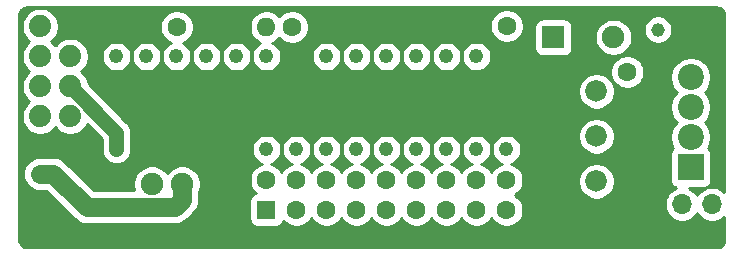
<source format=gbr>
%TF.GenerationSoftware,KiCad,Pcbnew,(5.1.12)-1*%
%TF.CreationDate,2023-01-21T14:52:04-05:00*%
%TF.ProjectId,Irrigation,49727269-6761-4746-996f-6e2e6b696361,rev?*%
%TF.SameCoordinates,Original*%
%TF.FileFunction,Copper,L4,Bot*%
%TF.FilePolarity,Positive*%
%FSLAX46Y46*%
G04 Gerber Fmt 4.6, Leading zero omitted, Abs format (unit mm)*
G04 Created by KiCad (PCBNEW (5.1.12)-1) date 2023-01-21 14:52:04*
%MOMM*%
%LPD*%
G01*
G04 APERTURE LIST*
%TA.AperFunction,ComponentPad*%
%ADD10C,1.150000*%
%TD*%
%TA.AperFunction,ComponentPad*%
%ADD11C,1.605000*%
%TD*%
%TA.AperFunction,ComponentPad*%
%ADD12R,1.605000X1.605000*%
%TD*%
%TA.AperFunction,ComponentPad*%
%ADD13R,1.910000X1.910000*%
%TD*%
%TA.AperFunction,ComponentPad*%
%ADD14C,1.910000*%
%TD*%
%TA.AperFunction,ComponentPad*%
%ADD15C,1.243000*%
%TD*%
%TA.AperFunction,ComponentPad*%
%ADD16R,1.243000X1.243000*%
%TD*%
%TA.AperFunction,ComponentPad*%
%ADD17C,2.200000*%
%TD*%
%TA.AperFunction,ComponentPad*%
%ADD18R,2.200000X2.200000*%
%TD*%
%TA.AperFunction,ComponentPad*%
%ADD19C,1.600000*%
%TD*%
%TA.AperFunction,ComponentPad*%
%ADD20C,1.879600*%
%TD*%
%TA.AperFunction,ComponentPad*%
%ADD21O,1.600000X1.600000*%
%TD*%
%TA.AperFunction,ComponentPad*%
%ADD22O,1.700000X1.700000*%
%TD*%
%TA.AperFunction,ComponentPad*%
%ADD23R,1.700000X1.700000*%
%TD*%
%TA.AperFunction,ComponentPad*%
%ADD24C,1.830000*%
%TD*%
%TA.AperFunction,Conductor*%
%ADD25C,1.600000*%
%TD*%
%TA.AperFunction,Conductor*%
%ADD26C,1.243000*%
%TD*%
%TA.AperFunction,Conductor*%
%ADD27C,0.254000*%
%TD*%
%TA.AperFunction,Conductor*%
%ADD28C,0.100000*%
%TD*%
G04 APERTURE END LIST*
D10*
%TO.P,C3,2*%
%TO.N,+3V3*%
X121015760Y-128015360D03*
%TO.P,C3,1*%
%TO.N,GND*%
X121015760Y-133015360D03*
%TD*%
%TO.P,C2,2*%
%TO.N,GND*%
X178344200Y-115798600D03*
%TO.P,C2,1*%
%TO.N,Net-(C2-Pad1)*%
X173344200Y-115798600D03*
%TD*%
D11*
%TO.P,J3,20*%
%TO.N,GND*%
X163050000Y-128524000D03*
%TO.P,J3,19*%
X163050000Y-131064000D03*
%TO.P,J3,18*%
%TO.N,D16*%
X160510000Y-128524000D03*
%TO.P,J3,17*%
%TO.N,D8*%
X160510000Y-131064000D03*
%TO.P,J3,16*%
%TO.N,D15*%
X157970000Y-128524000D03*
%TO.P,J3,15*%
%TO.N,D7*%
X157970000Y-131064000D03*
%TO.P,J3,14*%
%TO.N,D14*%
X155430000Y-128524000D03*
%TO.P,J3,13*%
%TO.N,D6*%
X155430000Y-131064000D03*
%TO.P,J3,12*%
%TO.N,D13*%
X152890000Y-128524000D03*
%TO.P,J3,11*%
%TO.N,D5*%
X152890000Y-131064000D03*
%TO.P,J3,10*%
%TO.N,D12*%
X150350000Y-128524000D03*
%TO.P,J3,9*%
%TO.N,D4*%
X150350000Y-131064000D03*
%TO.P,J3,8*%
%TO.N,D11*%
X147810000Y-128524000D03*
%TO.P,J3,7*%
%TO.N,D3*%
X147810000Y-131064000D03*
%TO.P,J3,6*%
%TO.N,D10*%
X145270000Y-128524000D03*
%TO.P,J3,5*%
%TO.N,D2*%
X145270000Y-131064000D03*
%TO.P,J3,4*%
%TO.N,D9*%
X142730000Y-128524000D03*
%TO.P,J3,3*%
%TO.N,D1*%
X142730000Y-131064000D03*
%TO.P,J3,2*%
%TO.N,+5V*%
X140190000Y-128524000D03*
D12*
%TO.P,J3,1*%
X140190000Y-131064000D03*
%TD*%
D13*
%TO.P,U4,1*%
%TO.N,GND*%
X135595200Y-128884200D03*
D14*
%TO.P,U4,2*%
%TO.N,+3V3*%
X133045200Y-128884200D03*
%TO.P,U4,3*%
%TO.N,+5V*%
X130495200Y-128884200D03*
%TD*%
D15*
%TO.P,U5,28*%
%TO.N,D16*%
X160510000Y-125937000D03*
%TO.P,U5,27*%
%TO.N,D15*%
X157970000Y-125937000D03*
%TO.P,U5,26*%
%TO.N,D14*%
X155430000Y-125937000D03*
%TO.P,U5,25*%
%TO.N,D13*%
X152890000Y-125937000D03*
%TO.P,U5,24*%
%TO.N,D12*%
X150350000Y-125937000D03*
%TO.P,U5,23*%
%TO.N,D11*%
X147810000Y-125937000D03*
%TO.P,U5,22*%
%TO.N,D10*%
X145270000Y-125937000D03*
%TO.P,U5,21*%
%TO.N,D9*%
X142730000Y-125937000D03*
%TO.P,U5,20*%
%TO.N,N/C*%
X140190000Y-125937000D03*
%TO.P,U5,19*%
%TO.N,GND*%
X137650000Y-125937000D03*
%TO.P,U5,18*%
X135110000Y-125937000D03*
%TO.P,U5,17*%
X132570000Y-125937000D03*
%TO.P,U5,16*%
X130030000Y-125937000D03*
%TO.P,U5,15*%
%TO.N,GPIO0*%
X127490000Y-125937000D03*
%TO.P,U5,14*%
%TO.N,GPIO2*%
X127490000Y-118063000D03*
%TO.P,U5,13*%
%TO.N,D4*%
X130030000Y-118063000D03*
%TO.P,U5,12*%
%TO.N,D3*%
X132570000Y-118063000D03*
%TO.P,U5,11*%
%TO.N,D2*%
X135110000Y-118063000D03*
%TO.P,U5,10*%
%TO.N,N/C*%
X137650000Y-118063000D03*
%TO.P,U5,9*%
%TO.N,Net-(C4-Pad1)*%
X140190000Y-118063000D03*
%TO.P,U5,8*%
%TO.N,GND*%
X142730000Y-118063000D03*
%TO.P,U5,7*%
%TO.N,D1*%
X145270000Y-118063000D03*
%TO.P,U5,6*%
%TO.N,N/C*%
X147810000Y-118063000D03*
%TO.P,U5,5*%
%TO.N,D8*%
X150350000Y-118063000D03*
%TO.P,U5,4*%
%TO.N,D7*%
X152890000Y-118063000D03*
%TO.P,U5,3*%
%TO.N,D6*%
X155430000Y-118063000D03*
%TO.P,U5,2*%
%TO.N,D5*%
X157970000Y-118063000D03*
D16*
%TO.P,U5,1*%
%TO.N,GND*%
X160510000Y-118063000D03*
%TD*%
D14*
%TO.P,U1,3*%
%TO.N,Net-(C2-Pad1)*%
X169570080Y-116448840D03*
%TO.P,U1,2*%
%TO.N,GND*%
X167020080Y-116448840D03*
D13*
%TO.P,U1,1*%
%TO.N,+24V*%
X164470080Y-116448840D03*
%TD*%
D17*
%TO.P,J1,4*%
%TO.N,Net-(BR1-Pad2)*%
X176103280Y-119847360D03*
%TO.P,J1,3*%
%TO.N,Net-(BR1-Pad3)*%
X176103280Y-122387360D03*
%TO.P,J1,2*%
%TO.N,Net-(BR1-Pad2)*%
X176103280Y-124927360D03*
D18*
%TO.P,J1,1*%
%TO.N,Net-(BR1-Pad3)*%
X176103280Y-127467360D03*
%TD*%
D19*
%TO.P,C1,2*%
%TO.N,GND*%
X158028000Y-115506500D03*
%TO.P,C1,1*%
%TO.N,+24V*%
X160528000Y-115506500D03*
%TD*%
D20*
%TO.P,U3,8*%
%TO.N,N/C*%
X123571000Y-123143000D03*
%TO.P,U3,7*%
%TO.N,+3V3*%
X121031000Y-123143000D03*
%TO.P,U3,6*%
%TO.N,GPIO0*%
X123571000Y-120603000D03*
%TO.P,U3,5*%
%TO.N,N/C*%
X121031000Y-120603000D03*
%TO.P,U3,4*%
%TO.N,GPIO2*%
X123571000Y-118063000D03*
%TO.P,U3,3*%
%TO.N,+3V3*%
X121031000Y-118063000D03*
%TO.P,U3,2*%
%TO.N,GND*%
X123571000Y-115523000D03*
%TO.P,U3,1*%
%TO.N,N/C*%
X121031000Y-115523000D03*
%TD*%
D21*
%TO.P,R2,2*%
%TO.N,Net-(C4-Pad1)*%
X140190000Y-115570000D03*
D19*
%TO.P,R2,1*%
%TO.N,+5V*%
X132588000Y-115570000D03*
%TD*%
%TO.P,R1,1*%
%TO.N,+24V*%
X170746420Y-119372380D03*
D21*
%TO.P,R1,2*%
%TO.N,GND*%
X170746420Y-126992380D03*
%TD*%
D22*
%TO.P,J2,3*%
%TO.N,Net-(C2-Pad1)*%
X177919380Y-130581400D03*
%TO.P,J2,2*%
%TO.N,N/C*%
X175379380Y-130581400D03*
D23*
%TO.P,J2,1*%
%TO.N,GND*%
X172839380Y-130581400D03*
%TD*%
D19*
%TO.P,C4,2*%
%TO.N,GND*%
X144867000Y-115570000D03*
%TO.P,C4,1*%
%TO.N,Net-(C4-Pad1)*%
X142367000Y-115570000D03*
%TD*%
D24*
%TO.P,BR1,4*%
%TO.N,GND*%
X168116340Y-132443220D03*
%TO.P,BR1,3*%
%TO.N,Net-(BR1-Pad3)*%
X168116340Y-128633220D03*
%TO.P,BR1,2*%
%TO.N,Net-(BR1-Pad2)*%
X168116340Y-124823220D03*
%TO.P,BR1,1*%
%TO.N,+24V*%
X168116340Y-121013220D03*
%TD*%
D25*
%TO.N,+3V3*%
X122147130Y-128015360D02*
X121015760Y-128015360D01*
X124970971Y-130839201D02*
X122147130Y-128015360D01*
X132440772Y-130839201D02*
X124970971Y-130839201D01*
X133045200Y-130234773D02*
X132440772Y-130839201D01*
X133045200Y-128884200D02*
X133045200Y-130234773D01*
D26*
%TO.N,GPIO0*%
X127490000Y-124522000D02*
X123571000Y-120603000D01*
X127490000Y-125937000D02*
X127490000Y-124522000D01*
%TD*%
D27*
%TO.N,GND*%
X178430623Y-113934706D02*
X178548574Y-113970318D01*
X178657366Y-114028163D01*
X178752848Y-114106037D01*
X178831386Y-114200973D01*
X178889987Y-114309354D01*
X178926423Y-114427057D01*
X178942365Y-114578740D01*
X178942366Y-129504279D01*
X178866012Y-129427925D01*
X178622791Y-129265410D01*
X178352538Y-129153468D01*
X178065640Y-129096400D01*
X177773120Y-129096400D01*
X177486222Y-129153468D01*
X177215969Y-129265410D01*
X176972748Y-129427925D01*
X176765905Y-129634768D01*
X176649380Y-129809160D01*
X176532855Y-129634768D01*
X176326012Y-129427925D01*
X176082791Y-129265410D01*
X175937991Y-129205432D01*
X177203280Y-129205432D01*
X177327762Y-129193172D01*
X177447460Y-129156862D01*
X177557774Y-129097897D01*
X177654465Y-129018545D01*
X177733817Y-128921854D01*
X177792782Y-128811540D01*
X177829092Y-128691842D01*
X177841352Y-128567360D01*
X177841352Y-126367360D01*
X177829092Y-126242878D01*
X177792782Y-126123180D01*
X177733817Y-126012866D01*
X177654465Y-125916175D01*
X177573590Y-125849803D01*
X177640817Y-125749191D01*
X177771605Y-125433441D01*
X177838280Y-125098243D01*
X177838280Y-124756477D01*
X177771605Y-124421279D01*
X177640817Y-124105529D01*
X177450943Y-123821362D01*
X177286941Y-123657360D01*
X177450943Y-123493358D01*
X177640817Y-123209191D01*
X177771605Y-122893441D01*
X177838280Y-122558243D01*
X177838280Y-122216477D01*
X177771605Y-121881279D01*
X177640817Y-121565529D01*
X177450943Y-121281362D01*
X177286941Y-121117360D01*
X177450943Y-120953358D01*
X177640817Y-120669191D01*
X177771605Y-120353441D01*
X177838280Y-120018243D01*
X177838280Y-119676477D01*
X177771605Y-119341279D01*
X177640817Y-119025529D01*
X177450943Y-118741362D01*
X177209278Y-118499697D01*
X176925111Y-118309823D01*
X176609361Y-118179035D01*
X176274163Y-118112360D01*
X175932397Y-118112360D01*
X175597199Y-118179035D01*
X175281449Y-118309823D01*
X174997282Y-118499697D01*
X174755617Y-118741362D01*
X174565743Y-119025529D01*
X174434955Y-119341279D01*
X174368280Y-119676477D01*
X174368280Y-120018243D01*
X174434955Y-120353441D01*
X174565743Y-120669191D01*
X174755617Y-120953358D01*
X174919619Y-121117360D01*
X174755617Y-121281362D01*
X174565743Y-121565529D01*
X174434955Y-121881279D01*
X174368280Y-122216477D01*
X174368280Y-122558243D01*
X174434955Y-122893441D01*
X174565743Y-123209191D01*
X174755617Y-123493358D01*
X174919619Y-123657360D01*
X174755617Y-123821362D01*
X174565743Y-124105529D01*
X174434955Y-124421279D01*
X174368280Y-124756477D01*
X174368280Y-125098243D01*
X174434955Y-125433441D01*
X174565743Y-125749191D01*
X174632970Y-125849803D01*
X174552095Y-125916175D01*
X174472743Y-126012866D01*
X174413778Y-126123180D01*
X174377468Y-126242878D01*
X174365208Y-126367360D01*
X174365208Y-128567360D01*
X174377468Y-128691842D01*
X174413778Y-128811540D01*
X174472743Y-128921854D01*
X174552095Y-129018545D01*
X174648786Y-129097897D01*
X174759100Y-129156862D01*
X174862387Y-129188194D01*
X174675969Y-129265410D01*
X174432748Y-129427925D01*
X174225905Y-129634768D01*
X174063390Y-129877989D01*
X173951448Y-130148242D01*
X173894380Y-130435140D01*
X173894380Y-130727660D01*
X173951448Y-131014558D01*
X174063390Y-131284811D01*
X174225905Y-131528032D01*
X174432748Y-131734875D01*
X174675969Y-131897390D01*
X174946222Y-132009332D01*
X175233120Y-132066400D01*
X175525640Y-132066400D01*
X175812538Y-132009332D01*
X176082791Y-131897390D01*
X176326012Y-131734875D01*
X176532855Y-131528032D01*
X176649380Y-131353640D01*
X176765905Y-131528032D01*
X176972748Y-131734875D01*
X177215969Y-131897390D01*
X177486222Y-132009332D01*
X177773120Y-132066400D01*
X178065640Y-132066400D01*
X178352538Y-132009332D01*
X178622791Y-131897390D01*
X178866012Y-131734875D01*
X178942366Y-131658521D01*
X178942366Y-133572906D01*
X178927294Y-133726623D01*
X178891682Y-133844575D01*
X178833838Y-133953364D01*
X178755962Y-134048849D01*
X178661030Y-134127384D01*
X178552644Y-134185988D01*
X178434943Y-134222423D01*
X178283260Y-134238365D01*
X119919084Y-134238365D01*
X119765377Y-134223294D01*
X119647425Y-134187682D01*
X119538636Y-134129838D01*
X119443151Y-134051962D01*
X119364616Y-133957030D01*
X119306012Y-133848644D01*
X119269577Y-133730943D01*
X119253635Y-133579260D01*
X119253635Y-128015360D01*
X119573817Y-128015360D01*
X119601524Y-128296669D01*
X119683578Y-128567168D01*
X119816828Y-128816461D01*
X119996152Y-129034968D01*
X120214659Y-129214292D01*
X120463952Y-129347542D01*
X120734451Y-129429596D01*
X120945268Y-129450360D01*
X121552735Y-129450360D01*
X123906425Y-131804052D01*
X123951363Y-131858809D01*
X124169870Y-132038133D01*
X124419163Y-132171383D01*
X124626705Y-132234339D01*
X124689661Y-132253437D01*
X124970970Y-132281144D01*
X125041462Y-132274201D01*
X132370280Y-132274201D01*
X132440772Y-132281144D01*
X132511264Y-132274201D01*
X132722081Y-132253437D01*
X132992580Y-132171383D01*
X133241873Y-132038133D01*
X133460380Y-131858809D01*
X133505326Y-131804042D01*
X134010045Y-131299324D01*
X134064808Y-131254381D01*
X134244132Y-131035874D01*
X134377382Y-130786581D01*
X134459436Y-130516082D01*
X134480200Y-130305265D01*
X134484510Y-130261500D01*
X138749428Y-130261500D01*
X138749428Y-131866500D01*
X138761688Y-131990982D01*
X138797998Y-132110680D01*
X138856963Y-132220994D01*
X138936315Y-132317685D01*
X139033006Y-132397037D01*
X139143320Y-132456002D01*
X139263018Y-132492312D01*
X139387500Y-132504572D01*
X140992500Y-132504572D01*
X141116982Y-132492312D01*
X141236680Y-132456002D01*
X141346994Y-132397037D01*
X141443685Y-132317685D01*
X141523037Y-132220994D01*
X141582002Y-132110680D01*
X141618312Y-131990982D01*
X141618826Y-131985758D01*
X141813647Y-132180579D01*
X142049089Y-132337896D01*
X142310697Y-132446257D01*
X142588419Y-132501500D01*
X142871581Y-132501500D01*
X143149303Y-132446257D01*
X143410911Y-132337896D01*
X143646353Y-132180579D01*
X143846579Y-131980353D01*
X144000000Y-131750742D01*
X144153421Y-131980353D01*
X144353647Y-132180579D01*
X144589089Y-132337896D01*
X144850697Y-132446257D01*
X145128419Y-132501500D01*
X145411581Y-132501500D01*
X145689303Y-132446257D01*
X145950911Y-132337896D01*
X146186353Y-132180579D01*
X146386579Y-131980353D01*
X146540000Y-131750742D01*
X146693421Y-131980353D01*
X146893647Y-132180579D01*
X147129089Y-132337896D01*
X147390697Y-132446257D01*
X147668419Y-132501500D01*
X147951581Y-132501500D01*
X148229303Y-132446257D01*
X148490911Y-132337896D01*
X148726353Y-132180579D01*
X148926579Y-131980353D01*
X149080000Y-131750742D01*
X149233421Y-131980353D01*
X149433647Y-132180579D01*
X149669089Y-132337896D01*
X149930697Y-132446257D01*
X150208419Y-132501500D01*
X150491581Y-132501500D01*
X150769303Y-132446257D01*
X151030911Y-132337896D01*
X151266353Y-132180579D01*
X151466579Y-131980353D01*
X151620000Y-131750742D01*
X151773421Y-131980353D01*
X151973647Y-132180579D01*
X152209089Y-132337896D01*
X152470697Y-132446257D01*
X152748419Y-132501500D01*
X153031581Y-132501500D01*
X153309303Y-132446257D01*
X153570911Y-132337896D01*
X153806353Y-132180579D01*
X154006579Y-131980353D01*
X154160000Y-131750742D01*
X154313421Y-131980353D01*
X154513647Y-132180579D01*
X154749089Y-132337896D01*
X155010697Y-132446257D01*
X155288419Y-132501500D01*
X155571581Y-132501500D01*
X155849303Y-132446257D01*
X156110911Y-132337896D01*
X156346353Y-132180579D01*
X156546579Y-131980353D01*
X156700000Y-131750742D01*
X156853421Y-131980353D01*
X157053647Y-132180579D01*
X157289089Y-132337896D01*
X157550697Y-132446257D01*
X157828419Y-132501500D01*
X158111581Y-132501500D01*
X158389303Y-132446257D01*
X158650911Y-132337896D01*
X158886353Y-132180579D01*
X159086579Y-131980353D01*
X159240000Y-131750742D01*
X159393421Y-131980353D01*
X159593647Y-132180579D01*
X159829089Y-132337896D01*
X160090697Y-132446257D01*
X160368419Y-132501500D01*
X160651581Y-132501500D01*
X160929303Y-132446257D01*
X161190911Y-132337896D01*
X161426353Y-132180579D01*
X161626579Y-131980353D01*
X161783896Y-131744911D01*
X161892257Y-131483303D01*
X161947500Y-131205581D01*
X161947500Y-130922419D01*
X161892257Y-130644697D01*
X161783896Y-130383089D01*
X161626579Y-130147647D01*
X161426353Y-129947421D01*
X161196742Y-129794000D01*
X161426353Y-129640579D01*
X161626579Y-129440353D01*
X161783896Y-129204911D01*
X161892257Y-128943303D01*
X161947500Y-128665581D01*
X161947500Y-128480558D01*
X166566340Y-128480558D01*
X166566340Y-128785882D01*
X166625905Y-129085338D01*
X166742748Y-129367420D01*
X166912376Y-129621288D01*
X167128272Y-129837184D01*
X167382140Y-130006812D01*
X167664222Y-130123655D01*
X167963678Y-130183220D01*
X168269002Y-130183220D01*
X168568458Y-130123655D01*
X168850540Y-130006812D01*
X169104408Y-129837184D01*
X169320304Y-129621288D01*
X169489932Y-129367420D01*
X169606775Y-129085338D01*
X169666340Y-128785882D01*
X169666340Y-128480558D01*
X169606775Y-128181102D01*
X169489932Y-127899020D01*
X169320304Y-127645152D01*
X169104408Y-127429256D01*
X168850540Y-127259628D01*
X168568458Y-127142785D01*
X168269002Y-127083220D01*
X167963678Y-127083220D01*
X167664222Y-127142785D01*
X167382140Y-127259628D01*
X167128272Y-127429256D01*
X166912376Y-127645152D01*
X166742748Y-127899020D01*
X166625905Y-128181102D01*
X166566340Y-128480558D01*
X161947500Y-128480558D01*
X161947500Y-128382419D01*
X161892257Y-128104697D01*
X161783896Y-127843089D01*
X161626579Y-127607647D01*
X161426353Y-127407421D01*
X161190911Y-127250104D01*
X160929303Y-127141743D01*
X160899297Y-127135774D01*
X161105176Y-127050496D01*
X161310972Y-126912988D01*
X161485988Y-126737972D01*
X161623496Y-126532176D01*
X161718214Y-126303508D01*
X161766500Y-126060754D01*
X161766500Y-125813246D01*
X161718214Y-125570492D01*
X161623496Y-125341824D01*
X161485988Y-125136028D01*
X161310972Y-124961012D01*
X161105176Y-124823504D01*
X160876508Y-124728786D01*
X160633754Y-124680500D01*
X160386246Y-124680500D01*
X160143492Y-124728786D01*
X159914824Y-124823504D01*
X159709028Y-124961012D01*
X159534012Y-125136028D01*
X159396504Y-125341824D01*
X159301786Y-125570492D01*
X159253500Y-125813246D01*
X159253500Y-126060754D01*
X159301786Y-126303508D01*
X159396504Y-126532176D01*
X159534012Y-126737972D01*
X159709028Y-126912988D01*
X159914824Y-127050496D01*
X160120703Y-127135774D01*
X160090697Y-127141743D01*
X159829089Y-127250104D01*
X159593647Y-127407421D01*
X159393421Y-127607647D01*
X159240000Y-127837258D01*
X159086579Y-127607647D01*
X158886353Y-127407421D01*
X158650911Y-127250104D01*
X158389303Y-127141743D01*
X158359297Y-127135774D01*
X158565176Y-127050496D01*
X158770972Y-126912988D01*
X158945988Y-126737972D01*
X159083496Y-126532176D01*
X159178214Y-126303508D01*
X159226500Y-126060754D01*
X159226500Y-125813246D01*
X159178214Y-125570492D01*
X159083496Y-125341824D01*
X158945988Y-125136028D01*
X158770972Y-124961012D01*
X158565176Y-124823504D01*
X158336508Y-124728786D01*
X158093754Y-124680500D01*
X157846246Y-124680500D01*
X157603492Y-124728786D01*
X157374824Y-124823504D01*
X157169028Y-124961012D01*
X156994012Y-125136028D01*
X156856504Y-125341824D01*
X156761786Y-125570492D01*
X156713500Y-125813246D01*
X156713500Y-126060754D01*
X156761786Y-126303508D01*
X156856504Y-126532176D01*
X156994012Y-126737972D01*
X157169028Y-126912988D01*
X157374824Y-127050496D01*
X157580703Y-127135774D01*
X157550697Y-127141743D01*
X157289089Y-127250104D01*
X157053647Y-127407421D01*
X156853421Y-127607647D01*
X156700000Y-127837258D01*
X156546579Y-127607647D01*
X156346353Y-127407421D01*
X156110911Y-127250104D01*
X155849303Y-127141743D01*
X155819297Y-127135774D01*
X156025176Y-127050496D01*
X156230972Y-126912988D01*
X156405988Y-126737972D01*
X156543496Y-126532176D01*
X156638214Y-126303508D01*
X156686500Y-126060754D01*
X156686500Y-125813246D01*
X156638214Y-125570492D01*
X156543496Y-125341824D01*
X156405988Y-125136028D01*
X156230972Y-124961012D01*
X156025176Y-124823504D01*
X155796508Y-124728786D01*
X155553754Y-124680500D01*
X155306246Y-124680500D01*
X155063492Y-124728786D01*
X154834824Y-124823504D01*
X154629028Y-124961012D01*
X154454012Y-125136028D01*
X154316504Y-125341824D01*
X154221786Y-125570492D01*
X154173500Y-125813246D01*
X154173500Y-126060754D01*
X154221786Y-126303508D01*
X154316504Y-126532176D01*
X154454012Y-126737972D01*
X154629028Y-126912988D01*
X154834824Y-127050496D01*
X155040703Y-127135774D01*
X155010697Y-127141743D01*
X154749089Y-127250104D01*
X154513647Y-127407421D01*
X154313421Y-127607647D01*
X154160000Y-127837258D01*
X154006579Y-127607647D01*
X153806353Y-127407421D01*
X153570911Y-127250104D01*
X153309303Y-127141743D01*
X153279297Y-127135774D01*
X153485176Y-127050496D01*
X153690972Y-126912988D01*
X153865988Y-126737972D01*
X154003496Y-126532176D01*
X154098214Y-126303508D01*
X154146500Y-126060754D01*
X154146500Y-125813246D01*
X154098214Y-125570492D01*
X154003496Y-125341824D01*
X153865988Y-125136028D01*
X153690972Y-124961012D01*
X153485176Y-124823504D01*
X153256508Y-124728786D01*
X153013754Y-124680500D01*
X152766246Y-124680500D01*
X152523492Y-124728786D01*
X152294824Y-124823504D01*
X152089028Y-124961012D01*
X151914012Y-125136028D01*
X151776504Y-125341824D01*
X151681786Y-125570492D01*
X151633500Y-125813246D01*
X151633500Y-126060754D01*
X151681786Y-126303508D01*
X151776504Y-126532176D01*
X151914012Y-126737972D01*
X152089028Y-126912988D01*
X152294824Y-127050496D01*
X152500703Y-127135774D01*
X152470697Y-127141743D01*
X152209089Y-127250104D01*
X151973647Y-127407421D01*
X151773421Y-127607647D01*
X151620000Y-127837258D01*
X151466579Y-127607647D01*
X151266353Y-127407421D01*
X151030911Y-127250104D01*
X150769303Y-127141743D01*
X150739297Y-127135774D01*
X150945176Y-127050496D01*
X151150972Y-126912988D01*
X151325988Y-126737972D01*
X151463496Y-126532176D01*
X151558214Y-126303508D01*
X151606500Y-126060754D01*
X151606500Y-125813246D01*
X151558214Y-125570492D01*
X151463496Y-125341824D01*
X151325988Y-125136028D01*
X151150972Y-124961012D01*
X150945176Y-124823504D01*
X150716508Y-124728786D01*
X150473754Y-124680500D01*
X150226246Y-124680500D01*
X149983492Y-124728786D01*
X149754824Y-124823504D01*
X149549028Y-124961012D01*
X149374012Y-125136028D01*
X149236504Y-125341824D01*
X149141786Y-125570492D01*
X149093500Y-125813246D01*
X149093500Y-126060754D01*
X149141786Y-126303508D01*
X149236504Y-126532176D01*
X149374012Y-126737972D01*
X149549028Y-126912988D01*
X149754824Y-127050496D01*
X149960703Y-127135774D01*
X149930697Y-127141743D01*
X149669089Y-127250104D01*
X149433647Y-127407421D01*
X149233421Y-127607647D01*
X149080000Y-127837258D01*
X148926579Y-127607647D01*
X148726353Y-127407421D01*
X148490911Y-127250104D01*
X148229303Y-127141743D01*
X148199297Y-127135774D01*
X148405176Y-127050496D01*
X148610972Y-126912988D01*
X148785988Y-126737972D01*
X148923496Y-126532176D01*
X149018214Y-126303508D01*
X149066500Y-126060754D01*
X149066500Y-125813246D01*
X149018214Y-125570492D01*
X148923496Y-125341824D01*
X148785988Y-125136028D01*
X148610972Y-124961012D01*
X148405176Y-124823504D01*
X148176508Y-124728786D01*
X147933754Y-124680500D01*
X147686246Y-124680500D01*
X147443492Y-124728786D01*
X147214824Y-124823504D01*
X147009028Y-124961012D01*
X146834012Y-125136028D01*
X146696504Y-125341824D01*
X146601786Y-125570492D01*
X146553500Y-125813246D01*
X146553500Y-126060754D01*
X146601786Y-126303508D01*
X146696504Y-126532176D01*
X146834012Y-126737972D01*
X147009028Y-126912988D01*
X147214824Y-127050496D01*
X147420703Y-127135774D01*
X147390697Y-127141743D01*
X147129089Y-127250104D01*
X146893647Y-127407421D01*
X146693421Y-127607647D01*
X146540000Y-127837258D01*
X146386579Y-127607647D01*
X146186353Y-127407421D01*
X145950911Y-127250104D01*
X145689303Y-127141743D01*
X145659297Y-127135774D01*
X145865176Y-127050496D01*
X146070972Y-126912988D01*
X146245988Y-126737972D01*
X146383496Y-126532176D01*
X146478214Y-126303508D01*
X146526500Y-126060754D01*
X146526500Y-125813246D01*
X146478214Y-125570492D01*
X146383496Y-125341824D01*
X146245988Y-125136028D01*
X146070972Y-124961012D01*
X145865176Y-124823504D01*
X145636508Y-124728786D01*
X145393754Y-124680500D01*
X145146246Y-124680500D01*
X144903492Y-124728786D01*
X144674824Y-124823504D01*
X144469028Y-124961012D01*
X144294012Y-125136028D01*
X144156504Y-125341824D01*
X144061786Y-125570492D01*
X144013500Y-125813246D01*
X144013500Y-126060754D01*
X144061786Y-126303508D01*
X144156504Y-126532176D01*
X144294012Y-126737972D01*
X144469028Y-126912988D01*
X144674824Y-127050496D01*
X144880703Y-127135774D01*
X144850697Y-127141743D01*
X144589089Y-127250104D01*
X144353647Y-127407421D01*
X144153421Y-127607647D01*
X144000000Y-127837258D01*
X143846579Y-127607647D01*
X143646353Y-127407421D01*
X143410911Y-127250104D01*
X143149303Y-127141743D01*
X143119297Y-127135774D01*
X143325176Y-127050496D01*
X143530972Y-126912988D01*
X143705988Y-126737972D01*
X143843496Y-126532176D01*
X143938214Y-126303508D01*
X143986500Y-126060754D01*
X143986500Y-125813246D01*
X143938214Y-125570492D01*
X143843496Y-125341824D01*
X143705988Y-125136028D01*
X143530972Y-124961012D01*
X143325176Y-124823504D01*
X143096508Y-124728786D01*
X142853754Y-124680500D01*
X142606246Y-124680500D01*
X142363492Y-124728786D01*
X142134824Y-124823504D01*
X141929028Y-124961012D01*
X141754012Y-125136028D01*
X141616504Y-125341824D01*
X141521786Y-125570492D01*
X141473500Y-125813246D01*
X141473500Y-126060754D01*
X141521786Y-126303508D01*
X141616504Y-126532176D01*
X141754012Y-126737972D01*
X141929028Y-126912988D01*
X142134824Y-127050496D01*
X142340703Y-127135774D01*
X142310697Y-127141743D01*
X142049089Y-127250104D01*
X141813647Y-127407421D01*
X141613421Y-127607647D01*
X141460000Y-127837258D01*
X141306579Y-127607647D01*
X141106353Y-127407421D01*
X140870911Y-127250104D01*
X140609303Y-127141743D01*
X140579297Y-127135774D01*
X140785176Y-127050496D01*
X140990972Y-126912988D01*
X141165988Y-126737972D01*
X141303496Y-126532176D01*
X141398214Y-126303508D01*
X141446500Y-126060754D01*
X141446500Y-125813246D01*
X141398214Y-125570492D01*
X141303496Y-125341824D01*
X141165988Y-125136028D01*
X140990972Y-124961012D01*
X140785176Y-124823504D01*
X140556508Y-124728786D01*
X140313754Y-124680500D01*
X140066246Y-124680500D01*
X139823492Y-124728786D01*
X139594824Y-124823504D01*
X139389028Y-124961012D01*
X139214012Y-125136028D01*
X139076504Y-125341824D01*
X138981786Y-125570492D01*
X138933500Y-125813246D01*
X138933500Y-126060754D01*
X138981786Y-126303508D01*
X139076504Y-126532176D01*
X139214012Y-126737972D01*
X139389028Y-126912988D01*
X139594824Y-127050496D01*
X139800703Y-127135774D01*
X139770697Y-127141743D01*
X139509089Y-127250104D01*
X139273647Y-127407421D01*
X139073421Y-127607647D01*
X138916104Y-127843089D01*
X138807743Y-128104697D01*
X138752500Y-128382419D01*
X138752500Y-128665581D01*
X138807743Y-128943303D01*
X138916104Y-129204911D01*
X139073421Y-129440353D01*
X139268242Y-129635174D01*
X139263018Y-129635688D01*
X139143320Y-129671998D01*
X139033006Y-129730963D01*
X138936315Y-129810315D01*
X138856963Y-129907006D01*
X138797998Y-130017320D01*
X138761688Y-130137018D01*
X138749428Y-130261500D01*
X134484510Y-130261500D01*
X134487143Y-130234774D01*
X134480200Y-130164282D01*
X134480200Y-129574672D01*
X134574097Y-129347986D01*
X134635200Y-129040801D01*
X134635200Y-128727599D01*
X134574097Y-128420414D01*
X134454239Y-128131053D01*
X134280233Y-127870634D01*
X134058766Y-127649167D01*
X133798347Y-127475161D01*
X133508986Y-127355303D01*
X133201801Y-127294200D01*
X132888599Y-127294200D01*
X132581414Y-127355303D01*
X132292053Y-127475161D01*
X132031634Y-127649167D01*
X131810167Y-127870634D01*
X131770200Y-127930449D01*
X131730233Y-127870634D01*
X131508766Y-127649167D01*
X131248347Y-127475161D01*
X130958986Y-127355303D01*
X130651801Y-127294200D01*
X130338599Y-127294200D01*
X130031414Y-127355303D01*
X129742053Y-127475161D01*
X129481634Y-127649167D01*
X129260167Y-127870634D01*
X129086161Y-128131053D01*
X128966303Y-128420414D01*
X128905200Y-128727599D01*
X128905200Y-129040801D01*
X128966303Y-129347986D01*
X128989588Y-129404201D01*
X125565368Y-129404201D01*
X123211684Y-127050519D01*
X123166738Y-126995752D01*
X122948231Y-126816428D01*
X122698938Y-126683178D01*
X122428439Y-126601124D01*
X122217622Y-126580360D01*
X122147130Y-126573417D01*
X122076638Y-126580360D01*
X120945268Y-126580360D01*
X120734451Y-126601124D01*
X120463952Y-126683178D01*
X120214659Y-126816428D01*
X119996152Y-126995752D01*
X119816828Y-127214259D01*
X119683578Y-127463552D01*
X119601524Y-127734051D01*
X119573817Y-128015360D01*
X119253635Y-128015360D01*
X119253635Y-115367896D01*
X119456200Y-115367896D01*
X119456200Y-115678104D01*
X119516718Y-115982352D01*
X119635430Y-116268948D01*
X119807773Y-116526877D01*
X120027123Y-116746227D01*
X120097124Y-116793000D01*
X120027123Y-116839773D01*
X119807773Y-117059123D01*
X119635430Y-117317052D01*
X119516718Y-117603648D01*
X119456200Y-117907896D01*
X119456200Y-118218104D01*
X119516718Y-118522352D01*
X119635430Y-118808948D01*
X119807773Y-119066877D01*
X120027123Y-119286227D01*
X120097124Y-119333000D01*
X120027123Y-119379773D01*
X119807773Y-119599123D01*
X119635430Y-119857052D01*
X119516718Y-120143648D01*
X119456200Y-120447896D01*
X119456200Y-120758104D01*
X119516718Y-121062352D01*
X119635430Y-121348948D01*
X119807773Y-121606877D01*
X120027123Y-121826227D01*
X120097124Y-121873000D01*
X120027123Y-121919773D01*
X119807773Y-122139123D01*
X119635430Y-122397052D01*
X119516718Y-122683648D01*
X119456200Y-122987896D01*
X119456200Y-123298104D01*
X119516718Y-123602352D01*
X119635430Y-123888948D01*
X119807773Y-124146877D01*
X120027123Y-124366227D01*
X120285052Y-124538570D01*
X120571648Y-124657282D01*
X120875896Y-124717800D01*
X121186104Y-124717800D01*
X121490352Y-124657282D01*
X121776948Y-124538570D01*
X122034877Y-124366227D01*
X122254227Y-124146877D01*
X122301000Y-124076876D01*
X122347773Y-124146877D01*
X122567123Y-124366227D01*
X122825052Y-124538570D01*
X123111648Y-124657282D01*
X123415896Y-124717800D01*
X123726104Y-124717800D01*
X124030352Y-124657282D01*
X124316948Y-124538570D01*
X124574877Y-124366227D01*
X124794227Y-124146877D01*
X124966570Y-123888948D01*
X124999789Y-123808749D01*
X126233500Y-125042460D01*
X126233500Y-126060754D01*
X126245602Y-126121597D01*
X126251681Y-126183316D01*
X126269683Y-126242660D01*
X126281786Y-126303508D01*
X126305528Y-126360826D01*
X126323529Y-126420167D01*
X126352762Y-126474857D01*
X126376504Y-126532176D01*
X126410973Y-126583762D01*
X126440204Y-126638450D01*
X126479542Y-126686383D01*
X126514012Y-126737972D01*
X126557883Y-126781843D01*
X126597222Y-126829778D01*
X126645158Y-126869118D01*
X126689028Y-126912988D01*
X126740613Y-126947456D01*
X126788549Y-126986796D01*
X126843242Y-127016030D01*
X126894824Y-127050496D01*
X126952138Y-127074236D01*
X127006832Y-127103471D01*
X127066176Y-127121473D01*
X127123492Y-127145214D01*
X127184337Y-127157317D01*
X127243683Y-127175319D01*
X127305404Y-127181398D01*
X127366246Y-127193500D01*
X127428279Y-127193500D01*
X127490000Y-127199579D01*
X127551721Y-127193500D01*
X127613754Y-127193500D01*
X127674597Y-127181398D01*
X127736316Y-127175319D01*
X127795660Y-127157317D01*
X127856508Y-127145214D01*
X127913826Y-127121472D01*
X127973167Y-127103471D01*
X128027857Y-127074238D01*
X128085176Y-127050496D01*
X128136762Y-127016027D01*
X128191450Y-126986796D01*
X128239383Y-126947458D01*
X128290972Y-126912988D01*
X128334843Y-126869117D01*
X128382778Y-126829778D01*
X128422118Y-126781842D01*
X128465988Y-126737972D01*
X128500456Y-126686387D01*
X128539796Y-126638451D01*
X128569030Y-126583758D01*
X128603496Y-126532176D01*
X128627236Y-126474862D01*
X128656471Y-126420168D01*
X128674473Y-126360824D01*
X128698214Y-126303508D01*
X128710317Y-126242663D01*
X128728319Y-126183317D01*
X128734398Y-126121596D01*
X128746500Y-126060754D01*
X128746500Y-124670558D01*
X166566340Y-124670558D01*
X166566340Y-124975882D01*
X166625905Y-125275338D01*
X166742748Y-125557420D01*
X166912376Y-125811288D01*
X167128272Y-126027184D01*
X167382140Y-126196812D01*
X167664222Y-126313655D01*
X167963678Y-126373220D01*
X168269002Y-126373220D01*
X168568458Y-126313655D01*
X168850540Y-126196812D01*
X169104408Y-126027184D01*
X169320304Y-125811288D01*
X169489932Y-125557420D01*
X169606775Y-125275338D01*
X169666340Y-124975882D01*
X169666340Y-124670558D01*
X169606775Y-124371102D01*
X169489932Y-124089020D01*
X169320304Y-123835152D01*
X169104408Y-123619256D01*
X168850540Y-123449628D01*
X168568458Y-123332785D01*
X168269002Y-123273220D01*
X167963678Y-123273220D01*
X167664222Y-123332785D01*
X167382140Y-123449628D01*
X167128272Y-123619256D01*
X166912376Y-123835152D01*
X166742748Y-124089020D01*
X166625905Y-124371102D01*
X166566340Y-124670558D01*
X128746500Y-124670558D01*
X128746500Y-124583711D01*
X128752578Y-124522000D01*
X128746500Y-124460289D01*
X128746500Y-124460279D01*
X128728319Y-124275683D01*
X128656471Y-124038832D01*
X128576356Y-123888948D01*
X128539796Y-123820548D01*
X128422123Y-123677163D01*
X128422118Y-123677158D01*
X128382778Y-123629222D01*
X128334842Y-123589882D01*
X125605518Y-120860558D01*
X166566340Y-120860558D01*
X166566340Y-121165882D01*
X166625905Y-121465338D01*
X166742748Y-121747420D01*
X166912376Y-122001288D01*
X167128272Y-122217184D01*
X167382140Y-122386812D01*
X167664222Y-122503655D01*
X167963678Y-122563220D01*
X168269002Y-122563220D01*
X168568458Y-122503655D01*
X168850540Y-122386812D01*
X169104408Y-122217184D01*
X169320304Y-122001288D01*
X169489932Y-121747420D01*
X169606775Y-121465338D01*
X169666340Y-121165882D01*
X169666340Y-120860558D01*
X169606775Y-120561102D01*
X169489932Y-120279020D01*
X169320304Y-120025152D01*
X169104408Y-119809256D01*
X168850540Y-119639628D01*
X168568458Y-119522785D01*
X168269002Y-119463220D01*
X167963678Y-119463220D01*
X167664222Y-119522785D01*
X167382140Y-119639628D01*
X167128272Y-119809256D01*
X166912376Y-120025152D01*
X166742748Y-120279020D01*
X166625905Y-120561102D01*
X166566340Y-120860558D01*
X125605518Y-120860558D01*
X125134116Y-120389157D01*
X125085282Y-120143648D01*
X124966570Y-119857052D01*
X124794227Y-119599123D01*
X124574877Y-119379773D01*
X124504876Y-119333000D01*
X124574877Y-119286227D01*
X124794227Y-119066877D01*
X124966570Y-118808948D01*
X125085282Y-118522352D01*
X125145800Y-118218104D01*
X125145800Y-117939246D01*
X126233500Y-117939246D01*
X126233500Y-118186754D01*
X126281786Y-118429508D01*
X126376504Y-118658176D01*
X126514012Y-118863972D01*
X126689028Y-119038988D01*
X126894824Y-119176496D01*
X127123492Y-119271214D01*
X127366246Y-119319500D01*
X127613754Y-119319500D01*
X127856508Y-119271214D01*
X128085176Y-119176496D01*
X128290972Y-119038988D01*
X128465988Y-118863972D01*
X128603496Y-118658176D01*
X128698214Y-118429508D01*
X128746500Y-118186754D01*
X128746500Y-117939246D01*
X128773500Y-117939246D01*
X128773500Y-118186754D01*
X128821786Y-118429508D01*
X128916504Y-118658176D01*
X129054012Y-118863972D01*
X129229028Y-119038988D01*
X129434824Y-119176496D01*
X129663492Y-119271214D01*
X129906246Y-119319500D01*
X130153754Y-119319500D01*
X130396508Y-119271214D01*
X130625176Y-119176496D01*
X130830972Y-119038988D01*
X131005988Y-118863972D01*
X131143496Y-118658176D01*
X131238214Y-118429508D01*
X131286500Y-118186754D01*
X131286500Y-117939246D01*
X131238214Y-117696492D01*
X131143496Y-117467824D01*
X131005988Y-117262028D01*
X130830972Y-117087012D01*
X130625176Y-116949504D01*
X130396508Y-116854786D01*
X130153754Y-116806500D01*
X129906246Y-116806500D01*
X129663492Y-116854786D01*
X129434824Y-116949504D01*
X129229028Y-117087012D01*
X129054012Y-117262028D01*
X128916504Y-117467824D01*
X128821786Y-117696492D01*
X128773500Y-117939246D01*
X128746500Y-117939246D01*
X128698214Y-117696492D01*
X128603496Y-117467824D01*
X128465988Y-117262028D01*
X128290972Y-117087012D01*
X128085176Y-116949504D01*
X127856508Y-116854786D01*
X127613754Y-116806500D01*
X127366246Y-116806500D01*
X127123492Y-116854786D01*
X126894824Y-116949504D01*
X126689028Y-117087012D01*
X126514012Y-117262028D01*
X126376504Y-117467824D01*
X126281786Y-117696492D01*
X126233500Y-117939246D01*
X125145800Y-117939246D01*
X125145800Y-117907896D01*
X125085282Y-117603648D01*
X124966570Y-117317052D01*
X124794227Y-117059123D01*
X124574877Y-116839773D01*
X124316948Y-116667430D01*
X124030352Y-116548718D01*
X123726104Y-116488200D01*
X123415896Y-116488200D01*
X123111648Y-116548718D01*
X122825052Y-116667430D01*
X122567123Y-116839773D01*
X122347773Y-117059123D01*
X122301000Y-117129124D01*
X122254227Y-117059123D01*
X122034877Y-116839773D01*
X121964876Y-116793000D01*
X122034877Y-116746227D01*
X122254227Y-116526877D01*
X122426570Y-116268948D01*
X122545282Y-115982352D01*
X122605800Y-115678104D01*
X122605800Y-115428665D01*
X131153000Y-115428665D01*
X131153000Y-115711335D01*
X131208147Y-115988574D01*
X131316320Y-116249727D01*
X131473363Y-116484759D01*
X131673241Y-116684637D01*
X131908273Y-116841680D01*
X132071703Y-116909375D01*
X131974824Y-116949504D01*
X131769028Y-117087012D01*
X131594012Y-117262028D01*
X131456504Y-117467824D01*
X131361786Y-117696492D01*
X131313500Y-117939246D01*
X131313500Y-118186754D01*
X131361786Y-118429508D01*
X131456504Y-118658176D01*
X131594012Y-118863972D01*
X131769028Y-119038988D01*
X131974824Y-119176496D01*
X132203492Y-119271214D01*
X132446246Y-119319500D01*
X132693754Y-119319500D01*
X132936508Y-119271214D01*
X133165176Y-119176496D01*
X133370972Y-119038988D01*
X133545988Y-118863972D01*
X133683496Y-118658176D01*
X133778214Y-118429508D01*
X133826500Y-118186754D01*
X133826500Y-117939246D01*
X133853500Y-117939246D01*
X133853500Y-118186754D01*
X133901786Y-118429508D01*
X133996504Y-118658176D01*
X134134012Y-118863972D01*
X134309028Y-119038988D01*
X134514824Y-119176496D01*
X134743492Y-119271214D01*
X134986246Y-119319500D01*
X135233754Y-119319500D01*
X135476508Y-119271214D01*
X135705176Y-119176496D01*
X135910972Y-119038988D01*
X136085988Y-118863972D01*
X136223496Y-118658176D01*
X136318214Y-118429508D01*
X136366500Y-118186754D01*
X136366500Y-117939246D01*
X136393500Y-117939246D01*
X136393500Y-118186754D01*
X136441786Y-118429508D01*
X136536504Y-118658176D01*
X136674012Y-118863972D01*
X136849028Y-119038988D01*
X137054824Y-119176496D01*
X137283492Y-119271214D01*
X137526246Y-119319500D01*
X137773754Y-119319500D01*
X138016508Y-119271214D01*
X138245176Y-119176496D01*
X138450972Y-119038988D01*
X138625988Y-118863972D01*
X138763496Y-118658176D01*
X138858214Y-118429508D01*
X138906500Y-118186754D01*
X138906500Y-117939246D01*
X138858214Y-117696492D01*
X138763496Y-117467824D01*
X138625988Y-117262028D01*
X138450972Y-117087012D01*
X138245176Y-116949504D01*
X138016508Y-116854786D01*
X137773754Y-116806500D01*
X137526246Y-116806500D01*
X137283492Y-116854786D01*
X137054824Y-116949504D01*
X136849028Y-117087012D01*
X136674012Y-117262028D01*
X136536504Y-117467824D01*
X136441786Y-117696492D01*
X136393500Y-117939246D01*
X136366500Y-117939246D01*
X136318214Y-117696492D01*
X136223496Y-117467824D01*
X136085988Y-117262028D01*
X135910972Y-117087012D01*
X135705176Y-116949504D01*
X135476508Y-116854786D01*
X135233754Y-116806500D01*
X134986246Y-116806500D01*
X134743492Y-116854786D01*
X134514824Y-116949504D01*
X134309028Y-117087012D01*
X134134012Y-117262028D01*
X133996504Y-117467824D01*
X133901786Y-117696492D01*
X133853500Y-117939246D01*
X133826500Y-117939246D01*
X133778214Y-117696492D01*
X133683496Y-117467824D01*
X133545988Y-117262028D01*
X133370972Y-117087012D01*
X133165176Y-116949504D01*
X133086297Y-116916831D01*
X133267727Y-116841680D01*
X133502759Y-116684637D01*
X133702637Y-116484759D01*
X133859680Y-116249727D01*
X133967853Y-115988574D01*
X134023000Y-115711335D01*
X134023000Y-115428665D01*
X138755000Y-115428665D01*
X138755000Y-115711335D01*
X138810147Y-115988574D01*
X138918320Y-116249727D01*
X139075363Y-116484759D01*
X139275241Y-116684637D01*
X139510273Y-116841680D01*
X139682703Y-116913103D01*
X139594824Y-116949504D01*
X139389028Y-117087012D01*
X139214012Y-117262028D01*
X139076504Y-117467824D01*
X138981786Y-117696492D01*
X138933500Y-117939246D01*
X138933500Y-118186754D01*
X138981786Y-118429508D01*
X139076504Y-118658176D01*
X139214012Y-118863972D01*
X139389028Y-119038988D01*
X139594824Y-119176496D01*
X139823492Y-119271214D01*
X140066246Y-119319500D01*
X140313754Y-119319500D01*
X140556508Y-119271214D01*
X140785176Y-119176496D01*
X140990972Y-119038988D01*
X141165988Y-118863972D01*
X141303496Y-118658176D01*
X141398214Y-118429508D01*
X141446500Y-118186754D01*
X141446500Y-117939246D01*
X144013500Y-117939246D01*
X144013500Y-118186754D01*
X144061786Y-118429508D01*
X144156504Y-118658176D01*
X144294012Y-118863972D01*
X144469028Y-119038988D01*
X144674824Y-119176496D01*
X144903492Y-119271214D01*
X145146246Y-119319500D01*
X145393754Y-119319500D01*
X145636508Y-119271214D01*
X145865176Y-119176496D01*
X146070972Y-119038988D01*
X146245988Y-118863972D01*
X146383496Y-118658176D01*
X146478214Y-118429508D01*
X146526500Y-118186754D01*
X146526500Y-117939246D01*
X146553500Y-117939246D01*
X146553500Y-118186754D01*
X146601786Y-118429508D01*
X146696504Y-118658176D01*
X146834012Y-118863972D01*
X147009028Y-119038988D01*
X147214824Y-119176496D01*
X147443492Y-119271214D01*
X147686246Y-119319500D01*
X147933754Y-119319500D01*
X148176508Y-119271214D01*
X148405176Y-119176496D01*
X148610972Y-119038988D01*
X148785988Y-118863972D01*
X148923496Y-118658176D01*
X149018214Y-118429508D01*
X149066500Y-118186754D01*
X149066500Y-117939246D01*
X149093500Y-117939246D01*
X149093500Y-118186754D01*
X149141786Y-118429508D01*
X149236504Y-118658176D01*
X149374012Y-118863972D01*
X149549028Y-119038988D01*
X149754824Y-119176496D01*
X149983492Y-119271214D01*
X150226246Y-119319500D01*
X150473754Y-119319500D01*
X150716508Y-119271214D01*
X150945176Y-119176496D01*
X151150972Y-119038988D01*
X151325988Y-118863972D01*
X151463496Y-118658176D01*
X151558214Y-118429508D01*
X151606500Y-118186754D01*
X151606500Y-117939246D01*
X151633500Y-117939246D01*
X151633500Y-118186754D01*
X151681786Y-118429508D01*
X151776504Y-118658176D01*
X151914012Y-118863972D01*
X152089028Y-119038988D01*
X152294824Y-119176496D01*
X152523492Y-119271214D01*
X152766246Y-119319500D01*
X153013754Y-119319500D01*
X153256508Y-119271214D01*
X153485176Y-119176496D01*
X153690972Y-119038988D01*
X153865988Y-118863972D01*
X154003496Y-118658176D01*
X154098214Y-118429508D01*
X154146500Y-118186754D01*
X154146500Y-117939246D01*
X154173500Y-117939246D01*
X154173500Y-118186754D01*
X154221786Y-118429508D01*
X154316504Y-118658176D01*
X154454012Y-118863972D01*
X154629028Y-119038988D01*
X154834824Y-119176496D01*
X155063492Y-119271214D01*
X155306246Y-119319500D01*
X155553754Y-119319500D01*
X155796508Y-119271214D01*
X156025176Y-119176496D01*
X156230972Y-119038988D01*
X156405988Y-118863972D01*
X156543496Y-118658176D01*
X156638214Y-118429508D01*
X156686500Y-118186754D01*
X156686500Y-117939246D01*
X156713500Y-117939246D01*
X156713500Y-118186754D01*
X156761786Y-118429508D01*
X156856504Y-118658176D01*
X156994012Y-118863972D01*
X157169028Y-119038988D01*
X157374824Y-119176496D01*
X157603492Y-119271214D01*
X157846246Y-119319500D01*
X158093754Y-119319500D01*
X158336508Y-119271214D01*
X158433483Y-119231045D01*
X169311420Y-119231045D01*
X169311420Y-119513715D01*
X169366567Y-119790954D01*
X169474740Y-120052107D01*
X169631783Y-120287139D01*
X169831661Y-120487017D01*
X170066693Y-120644060D01*
X170327846Y-120752233D01*
X170605085Y-120807380D01*
X170887755Y-120807380D01*
X171164994Y-120752233D01*
X171426147Y-120644060D01*
X171661179Y-120487017D01*
X171861057Y-120287139D01*
X172018100Y-120052107D01*
X172126273Y-119790954D01*
X172181420Y-119513715D01*
X172181420Y-119231045D01*
X172126273Y-118953806D01*
X172018100Y-118692653D01*
X171861057Y-118457621D01*
X171661179Y-118257743D01*
X171426147Y-118100700D01*
X171164994Y-117992527D01*
X170887755Y-117937380D01*
X170605085Y-117937380D01*
X170327846Y-117992527D01*
X170066693Y-118100700D01*
X169831661Y-118257743D01*
X169631783Y-118457621D01*
X169474740Y-118692653D01*
X169366567Y-118953806D01*
X169311420Y-119231045D01*
X158433483Y-119231045D01*
X158565176Y-119176496D01*
X158770972Y-119038988D01*
X158945988Y-118863972D01*
X159083496Y-118658176D01*
X159178214Y-118429508D01*
X159226500Y-118186754D01*
X159226500Y-117939246D01*
X159178214Y-117696492D01*
X159083496Y-117467824D01*
X158945988Y-117262028D01*
X158770972Y-117087012D01*
X158565176Y-116949504D01*
X158336508Y-116854786D01*
X158093754Y-116806500D01*
X157846246Y-116806500D01*
X157603492Y-116854786D01*
X157374824Y-116949504D01*
X157169028Y-117087012D01*
X156994012Y-117262028D01*
X156856504Y-117467824D01*
X156761786Y-117696492D01*
X156713500Y-117939246D01*
X156686500Y-117939246D01*
X156638214Y-117696492D01*
X156543496Y-117467824D01*
X156405988Y-117262028D01*
X156230972Y-117087012D01*
X156025176Y-116949504D01*
X155796508Y-116854786D01*
X155553754Y-116806500D01*
X155306246Y-116806500D01*
X155063492Y-116854786D01*
X154834824Y-116949504D01*
X154629028Y-117087012D01*
X154454012Y-117262028D01*
X154316504Y-117467824D01*
X154221786Y-117696492D01*
X154173500Y-117939246D01*
X154146500Y-117939246D01*
X154098214Y-117696492D01*
X154003496Y-117467824D01*
X153865988Y-117262028D01*
X153690972Y-117087012D01*
X153485176Y-116949504D01*
X153256508Y-116854786D01*
X153013754Y-116806500D01*
X152766246Y-116806500D01*
X152523492Y-116854786D01*
X152294824Y-116949504D01*
X152089028Y-117087012D01*
X151914012Y-117262028D01*
X151776504Y-117467824D01*
X151681786Y-117696492D01*
X151633500Y-117939246D01*
X151606500Y-117939246D01*
X151558214Y-117696492D01*
X151463496Y-117467824D01*
X151325988Y-117262028D01*
X151150972Y-117087012D01*
X150945176Y-116949504D01*
X150716508Y-116854786D01*
X150473754Y-116806500D01*
X150226246Y-116806500D01*
X149983492Y-116854786D01*
X149754824Y-116949504D01*
X149549028Y-117087012D01*
X149374012Y-117262028D01*
X149236504Y-117467824D01*
X149141786Y-117696492D01*
X149093500Y-117939246D01*
X149066500Y-117939246D01*
X149018214Y-117696492D01*
X148923496Y-117467824D01*
X148785988Y-117262028D01*
X148610972Y-117087012D01*
X148405176Y-116949504D01*
X148176508Y-116854786D01*
X147933754Y-116806500D01*
X147686246Y-116806500D01*
X147443492Y-116854786D01*
X147214824Y-116949504D01*
X147009028Y-117087012D01*
X146834012Y-117262028D01*
X146696504Y-117467824D01*
X146601786Y-117696492D01*
X146553500Y-117939246D01*
X146526500Y-117939246D01*
X146478214Y-117696492D01*
X146383496Y-117467824D01*
X146245988Y-117262028D01*
X146070972Y-117087012D01*
X145865176Y-116949504D01*
X145636508Y-116854786D01*
X145393754Y-116806500D01*
X145146246Y-116806500D01*
X144903492Y-116854786D01*
X144674824Y-116949504D01*
X144469028Y-117087012D01*
X144294012Y-117262028D01*
X144156504Y-117467824D01*
X144061786Y-117696492D01*
X144013500Y-117939246D01*
X141446500Y-117939246D01*
X141398214Y-117696492D01*
X141303496Y-117467824D01*
X141165988Y-117262028D01*
X140990972Y-117087012D01*
X140785176Y-116949504D01*
X140697297Y-116913103D01*
X140869727Y-116841680D01*
X141104759Y-116684637D01*
X141278500Y-116510896D01*
X141452241Y-116684637D01*
X141687273Y-116841680D01*
X141948426Y-116949853D01*
X142225665Y-117005000D01*
X142508335Y-117005000D01*
X142785574Y-116949853D01*
X143046727Y-116841680D01*
X143281759Y-116684637D01*
X143481637Y-116484759D01*
X143638680Y-116249727D01*
X143746853Y-115988574D01*
X143802000Y-115711335D01*
X143802000Y-115428665D01*
X143789369Y-115365165D01*
X159093000Y-115365165D01*
X159093000Y-115647835D01*
X159148147Y-115925074D01*
X159256320Y-116186227D01*
X159413363Y-116421259D01*
X159613241Y-116621137D01*
X159848273Y-116778180D01*
X160109426Y-116886353D01*
X160386665Y-116941500D01*
X160669335Y-116941500D01*
X160946574Y-116886353D01*
X161207727Y-116778180D01*
X161442759Y-116621137D01*
X161642637Y-116421259D01*
X161799680Y-116186227D01*
X161907853Y-115925074D01*
X161963000Y-115647835D01*
X161963000Y-115493840D01*
X162877008Y-115493840D01*
X162877008Y-117403840D01*
X162889268Y-117528322D01*
X162925578Y-117648020D01*
X162984543Y-117758334D01*
X163063895Y-117855025D01*
X163160586Y-117934377D01*
X163270900Y-117993342D01*
X163390598Y-118029652D01*
X163515080Y-118041912D01*
X165425080Y-118041912D01*
X165549562Y-118029652D01*
X165669260Y-117993342D01*
X165779574Y-117934377D01*
X165876265Y-117855025D01*
X165955617Y-117758334D01*
X166014582Y-117648020D01*
X166050892Y-117528322D01*
X166063152Y-117403840D01*
X166063152Y-116292239D01*
X167980080Y-116292239D01*
X167980080Y-116605441D01*
X168041183Y-116912626D01*
X168161041Y-117201987D01*
X168335047Y-117462406D01*
X168556514Y-117683873D01*
X168816933Y-117857879D01*
X169106294Y-117977737D01*
X169413479Y-118038840D01*
X169726681Y-118038840D01*
X170033866Y-117977737D01*
X170323227Y-117857879D01*
X170583646Y-117683873D01*
X170805113Y-117462406D01*
X170979119Y-117201987D01*
X171098977Y-116912626D01*
X171160080Y-116605441D01*
X171160080Y-116292239D01*
X171098977Y-115985054D01*
X170979119Y-115695693D01*
X170968250Y-115679425D01*
X172134200Y-115679425D01*
X172134200Y-115917775D01*
X172180699Y-116151544D01*
X172271912Y-116371750D01*
X172404331Y-116569930D01*
X172572870Y-116738469D01*
X172771050Y-116870888D01*
X172991256Y-116962101D01*
X173225025Y-117008600D01*
X173463375Y-117008600D01*
X173697144Y-116962101D01*
X173917350Y-116870888D01*
X174115530Y-116738469D01*
X174284069Y-116569930D01*
X174416488Y-116371750D01*
X174507701Y-116151544D01*
X174554200Y-115917775D01*
X174554200Y-115679425D01*
X174507701Y-115445656D01*
X174416488Y-115225450D01*
X174284069Y-115027270D01*
X174115530Y-114858731D01*
X173917350Y-114726312D01*
X173697144Y-114635099D01*
X173463375Y-114588600D01*
X173225025Y-114588600D01*
X172991256Y-114635099D01*
X172771050Y-114726312D01*
X172572870Y-114858731D01*
X172404331Y-115027270D01*
X172271912Y-115225450D01*
X172180699Y-115445656D01*
X172134200Y-115679425D01*
X170968250Y-115679425D01*
X170805113Y-115435274D01*
X170583646Y-115213807D01*
X170323227Y-115039801D01*
X170033866Y-114919943D01*
X169726681Y-114858840D01*
X169413479Y-114858840D01*
X169106294Y-114919943D01*
X168816933Y-115039801D01*
X168556514Y-115213807D01*
X168335047Y-115435274D01*
X168161041Y-115695693D01*
X168041183Y-115985054D01*
X167980080Y-116292239D01*
X166063152Y-116292239D01*
X166063152Y-115493840D01*
X166050892Y-115369358D01*
X166014582Y-115249660D01*
X165955617Y-115139346D01*
X165876265Y-115042655D01*
X165779574Y-114963303D01*
X165669260Y-114904338D01*
X165549562Y-114868028D01*
X165425080Y-114855768D01*
X163515080Y-114855768D01*
X163390598Y-114868028D01*
X163270900Y-114904338D01*
X163160586Y-114963303D01*
X163063895Y-115042655D01*
X162984543Y-115139346D01*
X162925578Y-115249660D01*
X162889268Y-115369358D01*
X162877008Y-115493840D01*
X161963000Y-115493840D01*
X161963000Y-115365165D01*
X161907853Y-115087926D01*
X161799680Y-114826773D01*
X161642637Y-114591741D01*
X161442759Y-114391863D01*
X161207727Y-114234820D01*
X160946574Y-114126647D01*
X160669335Y-114071500D01*
X160386665Y-114071500D01*
X160109426Y-114126647D01*
X159848273Y-114234820D01*
X159613241Y-114391863D01*
X159413363Y-114591741D01*
X159256320Y-114826773D01*
X159148147Y-115087926D01*
X159093000Y-115365165D01*
X143789369Y-115365165D01*
X143746853Y-115151426D01*
X143638680Y-114890273D01*
X143481637Y-114655241D01*
X143281759Y-114455363D01*
X143046727Y-114298320D01*
X142785574Y-114190147D01*
X142508335Y-114135000D01*
X142225665Y-114135000D01*
X141948426Y-114190147D01*
X141687273Y-114298320D01*
X141452241Y-114455363D01*
X141278500Y-114629104D01*
X141104759Y-114455363D01*
X140869727Y-114298320D01*
X140608574Y-114190147D01*
X140331335Y-114135000D01*
X140048665Y-114135000D01*
X139771426Y-114190147D01*
X139510273Y-114298320D01*
X139275241Y-114455363D01*
X139075363Y-114655241D01*
X138918320Y-114890273D01*
X138810147Y-115151426D01*
X138755000Y-115428665D01*
X134023000Y-115428665D01*
X133967853Y-115151426D01*
X133859680Y-114890273D01*
X133702637Y-114655241D01*
X133502759Y-114455363D01*
X133267727Y-114298320D01*
X133006574Y-114190147D01*
X132729335Y-114135000D01*
X132446665Y-114135000D01*
X132169426Y-114190147D01*
X131908273Y-114298320D01*
X131673241Y-114455363D01*
X131473363Y-114655241D01*
X131316320Y-114890273D01*
X131208147Y-115151426D01*
X131153000Y-115428665D01*
X122605800Y-115428665D01*
X122605800Y-115367896D01*
X122545282Y-115063648D01*
X122426570Y-114777052D01*
X122254227Y-114519123D01*
X122034877Y-114299773D01*
X121776948Y-114127430D01*
X121490352Y-114008718D01*
X121186104Y-113948200D01*
X120875896Y-113948200D01*
X120571648Y-114008718D01*
X120285052Y-114127430D01*
X120027123Y-114299773D01*
X119807773Y-114519123D01*
X119635430Y-114777052D01*
X119516718Y-115063648D01*
X119456200Y-115367896D01*
X119253635Y-115367896D01*
X119253635Y-114585084D01*
X119268706Y-114431377D01*
X119304318Y-114313426D01*
X119362163Y-114204634D01*
X119440037Y-114109152D01*
X119534973Y-114030614D01*
X119643354Y-113972013D01*
X119761057Y-113935577D01*
X119912740Y-113919635D01*
X178276916Y-113919635D01*
X178430623Y-113934706D01*
%TA.AperFunction,Conductor*%
D28*
G36*
X178430623Y-113934706D02*
G01*
X178548574Y-113970318D01*
X178657366Y-114028163D01*
X178752848Y-114106037D01*
X178831386Y-114200973D01*
X178889987Y-114309354D01*
X178926423Y-114427057D01*
X178942365Y-114578740D01*
X178942366Y-129504279D01*
X178866012Y-129427925D01*
X178622791Y-129265410D01*
X178352538Y-129153468D01*
X178065640Y-129096400D01*
X177773120Y-129096400D01*
X177486222Y-129153468D01*
X177215969Y-129265410D01*
X176972748Y-129427925D01*
X176765905Y-129634768D01*
X176649380Y-129809160D01*
X176532855Y-129634768D01*
X176326012Y-129427925D01*
X176082791Y-129265410D01*
X175937991Y-129205432D01*
X177203280Y-129205432D01*
X177327762Y-129193172D01*
X177447460Y-129156862D01*
X177557774Y-129097897D01*
X177654465Y-129018545D01*
X177733817Y-128921854D01*
X177792782Y-128811540D01*
X177829092Y-128691842D01*
X177841352Y-128567360D01*
X177841352Y-126367360D01*
X177829092Y-126242878D01*
X177792782Y-126123180D01*
X177733817Y-126012866D01*
X177654465Y-125916175D01*
X177573590Y-125849803D01*
X177640817Y-125749191D01*
X177771605Y-125433441D01*
X177838280Y-125098243D01*
X177838280Y-124756477D01*
X177771605Y-124421279D01*
X177640817Y-124105529D01*
X177450943Y-123821362D01*
X177286941Y-123657360D01*
X177450943Y-123493358D01*
X177640817Y-123209191D01*
X177771605Y-122893441D01*
X177838280Y-122558243D01*
X177838280Y-122216477D01*
X177771605Y-121881279D01*
X177640817Y-121565529D01*
X177450943Y-121281362D01*
X177286941Y-121117360D01*
X177450943Y-120953358D01*
X177640817Y-120669191D01*
X177771605Y-120353441D01*
X177838280Y-120018243D01*
X177838280Y-119676477D01*
X177771605Y-119341279D01*
X177640817Y-119025529D01*
X177450943Y-118741362D01*
X177209278Y-118499697D01*
X176925111Y-118309823D01*
X176609361Y-118179035D01*
X176274163Y-118112360D01*
X175932397Y-118112360D01*
X175597199Y-118179035D01*
X175281449Y-118309823D01*
X174997282Y-118499697D01*
X174755617Y-118741362D01*
X174565743Y-119025529D01*
X174434955Y-119341279D01*
X174368280Y-119676477D01*
X174368280Y-120018243D01*
X174434955Y-120353441D01*
X174565743Y-120669191D01*
X174755617Y-120953358D01*
X174919619Y-121117360D01*
X174755617Y-121281362D01*
X174565743Y-121565529D01*
X174434955Y-121881279D01*
X174368280Y-122216477D01*
X174368280Y-122558243D01*
X174434955Y-122893441D01*
X174565743Y-123209191D01*
X174755617Y-123493358D01*
X174919619Y-123657360D01*
X174755617Y-123821362D01*
X174565743Y-124105529D01*
X174434955Y-124421279D01*
X174368280Y-124756477D01*
X174368280Y-125098243D01*
X174434955Y-125433441D01*
X174565743Y-125749191D01*
X174632970Y-125849803D01*
X174552095Y-125916175D01*
X174472743Y-126012866D01*
X174413778Y-126123180D01*
X174377468Y-126242878D01*
X174365208Y-126367360D01*
X174365208Y-128567360D01*
X174377468Y-128691842D01*
X174413778Y-128811540D01*
X174472743Y-128921854D01*
X174552095Y-129018545D01*
X174648786Y-129097897D01*
X174759100Y-129156862D01*
X174862387Y-129188194D01*
X174675969Y-129265410D01*
X174432748Y-129427925D01*
X174225905Y-129634768D01*
X174063390Y-129877989D01*
X173951448Y-130148242D01*
X173894380Y-130435140D01*
X173894380Y-130727660D01*
X173951448Y-131014558D01*
X174063390Y-131284811D01*
X174225905Y-131528032D01*
X174432748Y-131734875D01*
X174675969Y-131897390D01*
X174946222Y-132009332D01*
X175233120Y-132066400D01*
X175525640Y-132066400D01*
X175812538Y-132009332D01*
X176082791Y-131897390D01*
X176326012Y-131734875D01*
X176532855Y-131528032D01*
X176649380Y-131353640D01*
X176765905Y-131528032D01*
X176972748Y-131734875D01*
X177215969Y-131897390D01*
X177486222Y-132009332D01*
X177773120Y-132066400D01*
X178065640Y-132066400D01*
X178352538Y-132009332D01*
X178622791Y-131897390D01*
X178866012Y-131734875D01*
X178942366Y-131658521D01*
X178942366Y-133572906D01*
X178927294Y-133726623D01*
X178891682Y-133844575D01*
X178833838Y-133953364D01*
X178755962Y-134048849D01*
X178661030Y-134127384D01*
X178552644Y-134185988D01*
X178434943Y-134222423D01*
X178283260Y-134238365D01*
X119919084Y-134238365D01*
X119765377Y-134223294D01*
X119647425Y-134187682D01*
X119538636Y-134129838D01*
X119443151Y-134051962D01*
X119364616Y-133957030D01*
X119306012Y-133848644D01*
X119269577Y-133730943D01*
X119253635Y-133579260D01*
X119253635Y-128015360D01*
X119573817Y-128015360D01*
X119601524Y-128296669D01*
X119683578Y-128567168D01*
X119816828Y-128816461D01*
X119996152Y-129034968D01*
X120214659Y-129214292D01*
X120463952Y-129347542D01*
X120734451Y-129429596D01*
X120945268Y-129450360D01*
X121552735Y-129450360D01*
X123906425Y-131804052D01*
X123951363Y-131858809D01*
X124169870Y-132038133D01*
X124419163Y-132171383D01*
X124626705Y-132234339D01*
X124689661Y-132253437D01*
X124970970Y-132281144D01*
X125041462Y-132274201D01*
X132370280Y-132274201D01*
X132440772Y-132281144D01*
X132511264Y-132274201D01*
X132722081Y-132253437D01*
X132992580Y-132171383D01*
X133241873Y-132038133D01*
X133460380Y-131858809D01*
X133505326Y-131804042D01*
X134010045Y-131299324D01*
X134064808Y-131254381D01*
X134244132Y-131035874D01*
X134377382Y-130786581D01*
X134459436Y-130516082D01*
X134480200Y-130305265D01*
X134484510Y-130261500D01*
X138749428Y-130261500D01*
X138749428Y-131866500D01*
X138761688Y-131990982D01*
X138797998Y-132110680D01*
X138856963Y-132220994D01*
X138936315Y-132317685D01*
X139033006Y-132397037D01*
X139143320Y-132456002D01*
X139263018Y-132492312D01*
X139387500Y-132504572D01*
X140992500Y-132504572D01*
X141116982Y-132492312D01*
X141236680Y-132456002D01*
X141346994Y-132397037D01*
X141443685Y-132317685D01*
X141523037Y-132220994D01*
X141582002Y-132110680D01*
X141618312Y-131990982D01*
X141618826Y-131985758D01*
X141813647Y-132180579D01*
X142049089Y-132337896D01*
X142310697Y-132446257D01*
X142588419Y-132501500D01*
X142871581Y-132501500D01*
X143149303Y-132446257D01*
X143410911Y-132337896D01*
X143646353Y-132180579D01*
X143846579Y-131980353D01*
X144000000Y-131750742D01*
X144153421Y-131980353D01*
X144353647Y-132180579D01*
X144589089Y-132337896D01*
X144850697Y-132446257D01*
X145128419Y-132501500D01*
X145411581Y-132501500D01*
X145689303Y-132446257D01*
X145950911Y-132337896D01*
X146186353Y-132180579D01*
X146386579Y-131980353D01*
X146540000Y-131750742D01*
X146693421Y-131980353D01*
X146893647Y-132180579D01*
X147129089Y-132337896D01*
X147390697Y-132446257D01*
X147668419Y-132501500D01*
X147951581Y-132501500D01*
X148229303Y-132446257D01*
X148490911Y-132337896D01*
X148726353Y-132180579D01*
X148926579Y-131980353D01*
X149080000Y-131750742D01*
X149233421Y-131980353D01*
X149433647Y-132180579D01*
X149669089Y-132337896D01*
X149930697Y-132446257D01*
X150208419Y-132501500D01*
X150491581Y-132501500D01*
X150769303Y-132446257D01*
X151030911Y-132337896D01*
X151266353Y-132180579D01*
X151466579Y-131980353D01*
X151620000Y-131750742D01*
X151773421Y-131980353D01*
X151973647Y-132180579D01*
X152209089Y-132337896D01*
X152470697Y-132446257D01*
X152748419Y-132501500D01*
X153031581Y-132501500D01*
X153309303Y-132446257D01*
X153570911Y-132337896D01*
X153806353Y-132180579D01*
X154006579Y-131980353D01*
X154160000Y-131750742D01*
X154313421Y-131980353D01*
X154513647Y-132180579D01*
X154749089Y-132337896D01*
X155010697Y-132446257D01*
X155288419Y-132501500D01*
X155571581Y-132501500D01*
X155849303Y-132446257D01*
X156110911Y-132337896D01*
X156346353Y-132180579D01*
X156546579Y-131980353D01*
X156700000Y-131750742D01*
X156853421Y-131980353D01*
X157053647Y-132180579D01*
X157289089Y-132337896D01*
X157550697Y-132446257D01*
X157828419Y-132501500D01*
X158111581Y-132501500D01*
X158389303Y-132446257D01*
X158650911Y-132337896D01*
X158886353Y-132180579D01*
X159086579Y-131980353D01*
X159240000Y-131750742D01*
X159393421Y-131980353D01*
X159593647Y-132180579D01*
X159829089Y-132337896D01*
X160090697Y-132446257D01*
X160368419Y-132501500D01*
X160651581Y-132501500D01*
X160929303Y-132446257D01*
X161190911Y-132337896D01*
X161426353Y-132180579D01*
X161626579Y-131980353D01*
X161783896Y-131744911D01*
X161892257Y-131483303D01*
X161947500Y-131205581D01*
X161947500Y-130922419D01*
X161892257Y-130644697D01*
X161783896Y-130383089D01*
X161626579Y-130147647D01*
X161426353Y-129947421D01*
X161196742Y-129794000D01*
X161426353Y-129640579D01*
X161626579Y-129440353D01*
X161783896Y-129204911D01*
X161892257Y-128943303D01*
X161947500Y-128665581D01*
X161947500Y-128480558D01*
X166566340Y-128480558D01*
X166566340Y-128785882D01*
X166625905Y-129085338D01*
X166742748Y-129367420D01*
X166912376Y-129621288D01*
X167128272Y-129837184D01*
X167382140Y-130006812D01*
X167664222Y-130123655D01*
X167963678Y-130183220D01*
X168269002Y-130183220D01*
X168568458Y-130123655D01*
X168850540Y-130006812D01*
X169104408Y-129837184D01*
X169320304Y-129621288D01*
X169489932Y-129367420D01*
X169606775Y-129085338D01*
X169666340Y-128785882D01*
X169666340Y-128480558D01*
X169606775Y-128181102D01*
X169489932Y-127899020D01*
X169320304Y-127645152D01*
X169104408Y-127429256D01*
X168850540Y-127259628D01*
X168568458Y-127142785D01*
X168269002Y-127083220D01*
X167963678Y-127083220D01*
X167664222Y-127142785D01*
X167382140Y-127259628D01*
X167128272Y-127429256D01*
X166912376Y-127645152D01*
X166742748Y-127899020D01*
X166625905Y-128181102D01*
X166566340Y-128480558D01*
X161947500Y-128480558D01*
X161947500Y-128382419D01*
X161892257Y-128104697D01*
X161783896Y-127843089D01*
X161626579Y-127607647D01*
X161426353Y-127407421D01*
X161190911Y-127250104D01*
X160929303Y-127141743D01*
X160899297Y-127135774D01*
X161105176Y-127050496D01*
X161310972Y-126912988D01*
X161485988Y-126737972D01*
X161623496Y-126532176D01*
X161718214Y-126303508D01*
X161766500Y-126060754D01*
X161766500Y-125813246D01*
X161718214Y-125570492D01*
X161623496Y-125341824D01*
X161485988Y-125136028D01*
X161310972Y-124961012D01*
X161105176Y-124823504D01*
X160876508Y-124728786D01*
X160633754Y-124680500D01*
X160386246Y-124680500D01*
X160143492Y-124728786D01*
X159914824Y-124823504D01*
X159709028Y-124961012D01*
X159534012Y-125136028D01*
X159396504Y-125341824D01*
X159301786Y-125570492D01*
X159253500Y-125813246D01*
X159253500Y-126060754D01*
X159301786Y-126303508D01*
X159396504Y-126532176D01*
X159534012Y-126737972D01*
X159709028Y-126912988D01*
X159914824Y-127050496D01*
X160120703Y-127135774D01*
X160090697Y-127141743D01*
X159829089Y-127250104D01*
X159593647Y-127407421D01*
X159393421Y-127607647D01*
X159240000Y-127837258D01*
X159086579Y-127607647D01*
X158886353Y-127407421D01*
X158650911Y-127250104D01*
X158389303Y-127141743D01*
X158359297Y-127135774D01*
X158565176Y-127050496D01*
X158770972Y-126912988D01*
X158945988Y-126737972D01*
X159083496Y-126532176D01*
X159178214Y-126303508D01*
X159226500Y-126060754D01*
X159226500Y-125813246D01*
X159178214Y-125570492D01*
X159083496Y-125341824D01*
X158945988Y-125136028D01*
X158770972Y-124961012D01*
X158565176Y-124823504D01*
X158336508Y-124728786D01*
X158093754Y-124680500D01*
X157846246Y-124680500D01*
X157603492Y-124728786D01*
X157374824Y-124823504D01*
X157169028Y-124961012D01*
X156994012Y-125136028D01*
X156856504Y-125341824D01*
X156761786Y-125570492D01*
X156713500Y-125813246D01*
X156713500Y-126060754D01*
X156761786Y-126303508D01*
X156856504Y-126532176D01*
X156994012Y-126737972D01*
X157169028Y-126912988D01*
X157374824Y-127050496D01*
X157580703Y-127135774D01*
X157550697Y-127141743D01*
X157289089Y-127250104D01*
X157053647Y-127407421D01*
X156853421Y-127607647D01*
X156700000Y-127837258D01*
X156546579Y-127607647D01*
X156346353Y-127407421D01*
X156110911Y-127250104D01*
X155849303Y-127141743D01*
X155819297Y-127135774D01*
X156025176Y-127050496D01*
X156230972Y-126912988D01*
X156405988Y-126737972D01*
X156543496Y-126532176D01*
X156638214Y-126303508D01*
X156686500Y-126060754D01*
X156686500Y-125813246D01*
X156638214Y-125570492D01*
X156543496Y-125341824D01*
X156405988Y-125136028D01*
X156230972Y-124961012D01*
X156025176Y-124823504D01*
X155796508Y-124728786D01*
X155553754Y-124680500D01*
X155306246Y-124680500D01*
X155063492Y-124728786D01*
X154834824Y-124823504D01*
X154629028Y-124961012D01*
X154454012Y-125136028D01*
X154316504Y-125341824D01*
X154221786Y-125570492D01*
X154173500Y-125813246D01*
X154173500Y-126060754D01*
X154221786Y-126303508D01*
X154316504Y-126532176D01*
X154454012Y-126737972D01*
X154629028Y-126912988D01*
X154834824Y-127050496D01*
X155040703Y-127135774D01*
X155010697Y-127141743D01*
X154749089Y-127250104D01*
X154513647Y-127407421D01*
X154313421Y-127607647D01*
X154160000Y-127837258D01*
X154006579Y-127607647D01*
X153806353Y-127407421D01*
X153570911Y-127250104D01*
X153309303Y-127141743D01*
X153279297Y-127135774D01*
X153485176Y-127050496D01*
X153690972Y-126912988D01*
X153865988Y-126737972D01*
X154003496Y-126532176D01*
X154098214Y-126303508D01*
X154146500Y-126060754D01*
X154146500Y-125813246D01*
X154098214Y-125570492D01*
X154003496Y-125341824D01*
X153865988Y-125136028D01*
X153690972Y-124961012D01*
X153485176Y-124823504D01*
X153256508Y-124728786D01*
X153013754Y-124680500D01*
X152766246Y-124680500D01*
X152523492Y-124728786D01*
X152294824Y-124823504D01*
X152089028Y-124961012D01*
X151914012Y-125136028D01*
X151776504Y-125341824D01*
X151681786Y-125570492D01*
X151633500Y-125813246D01*
X151633500Y-126060754D01*
X151681786Y-126303508D01*
X151776504Y-126532176D01*
X151914012Y-126737972D01*
X152089028Y-126912988D01*
X152294824Y-127050496D01*
X152500703Y-127135774D01*
X152470697Y-127141743D01*
X152209089Y-127250104D01*
X151973647Y-127407421D01*
X151773421Y-127607647D01*
X151620000Y-127837258D01*
X151466579Y-127607647D01*
X151266353Y-127407421D01*
X151030911Y-127250104D01*
X150769303Y-127141743D01*
X150739297Y-127135774D01*
X150945176Y-127050496D01*
X151150972Y-126912988D01*
X151325988Y-126737972D01*
X151463496Y-126532176D01*
X151558214Y-126303508D01*
X151606500Y-126060754D01*
X151606500Y-125813246D01*
X151558214Y-125570492D01*
X151463496Y-125341824D01*
X151325988Y-125136028D01*
X151150972Y-124961012D01*
X150945176Y-124823504D01*
X150716508Y-124728786D01*
X150473754Y-124680500D01*
X150226246Y-124680500D01*
X149983492Y-124728786D01*
X149754824Y-124823504D01*
X149549028Y-124961012D01*
X149374012Y-125136028D01*
X149236504Y-125341824D01*
X149141786Y-125570492D01*
X149093500Y-125813246D01*
X149093500Y-126060754D01*
X149141786Y-126303508D01*
X149236504Y-126532176D01*
X149374012Y-126737972D01*
X149549028Y-126912988D01*
X149754824Y-127050496D01*
X149960703Y-127135774D01*
X149930697Y-127141743D01*
X149669089Y-127250104D01*
X149433647Y-127407421D01*
X149233421Y-127607647D01*
X149080000Y-127837258D01*
X148926579Y-127607647D01*
X148726353Y-127407421D01*
X148490911Y-127250104D01*
X148229303Y-127141743D01*
X148199297Y-127135774D01*
X148405176Y-127050496D01*
X148610972Y-126912988D01*
X148785988Y-126737972D01*
X148923496Y-126532176D01*
X149018214Y-126303508D01*
X149066500Y-126060754D01*
X149066500Y-125813246D01*
X149018214Y-125570492D01*
X148923496Y-125341824D01*
X148785988Y-125136028D01*
X148610972Y-124961012D01*
X148405176Y-124823504D01*
X148176508Y-124728786D01*
X147933754Y-124680500D01*
X147686246Y-124680500D01*
X147443492Y-124728786D01*
X147214824Y-124823504D01*
X147009028Y-124961012D01*
X146834012Y-125136028D01*
X146696504Y-125341824D01*
X146601786Y-125570492D01*
X146553500Y-125813246D01*
X146553500Y-126060754D01*
X146601786Y-126303508D01*
X146696504Y-126532176D01*
X146834012Y-126737972D01*
X147009028Y-126912988D01*
X147214824Y-127050496D01*
X147420703Y-127135774D01*
X147390697Y-127141743D01*
X147129089Y-127250104D01*
X146893647Y-127407421D01*
X146693421Y-127607647D01*
X146540000Y-127837258D01*
X146386579Y-127607647D01*
X146186353Y-127407421D01*
X145950911Y-127250104D01*
X145689303Y-127141743D01*
X145659297Y-127135774D01*
X145865176Y-127050496D01*
X146070972Y-126912988D01*
X146245988Y-126737972D01*
X146383496Y-126532176D01*
X146478214Y-126303508D01*
X146526500Y-126060754D01*
X146526500Y-125813246D01*
X146478214Y-125570492D01*
X146383496Y-125341824D01*
X146245988Y-125136028D01*
X146070972Y-124961012D01*
X145865176Y-124823504D01*
X145636508Y-124728786D01*
X145393754Y-124680500D01*
X145146246Y-124680500D01*
X144903492Y-124728786D01*
X144674824Y-124823504D01*
X144469028Y-124961012D01*
X144294012Y-125136028D01*
X144156504Y-125341824D01*
X144061786Y-125570492D01*
X144013500Y-125813246D01*
X144013500Y-126060754D01*
X144061786Y-126303508D01*
X144156504Y-126532176D01*
X144294012Y-126737972D01*
X144469028Y-126912988D01*
X144674824Y-127050496D01*
X144880703Y-127135774D01*
X144850697Y-127141743D01*
X144589089Y-127250104D01*
X144353647Y-127407421D01*
X144153421Y-127607647D01*
X144000000Y-127837258D01*
X143846579Y-127607647D01*
X143646353Y-127407421D01*
X143410911Y-127250104D01*
X143149303Y-127141743D01*
X143119297Y-127135774D01*
X143325176Y-127050496D01*
X143530972Y-126912988D01*
X143705988Y-126737972D01*
X143843496Y-126532176D01*
X143938214Y-126303508D01*
X143986500Y-126060754D01*
X143986500Y-125813246D01*
X143938214Y-125570492D01*
X143843496Y-125341824D01*
X143705988Y-125136028D01*
X143530972Y-124961012D01*
X143325176Y-124823504D01*
X143096508Y-124728786D01*
X142853754Y-124680500D01*
X142606246Y-124680500D01*
X142363492Y-124728786D01*
X142134824Y-124823504D01*
X141929028Y-124961012D01*
X141754012Y-125136028D01*
X141616504Y-125341824D01*
X141521786Y-125570492D01*
X141473500Y-125813246D01*
X141473500Y-126060754D01*
X141521786Y-126303508D01*
X141616504Y-126532176D01*
X141754012Y-126737972D01*
X141929028Y-126912988D01*
X142134824Y-127050496D01*
X142340703Y-127135774D01*
X142310697Y-127141743D01*
X142049089Y-127250104D01*
X141813647Y-127407421D01*
X141613421Y-127607647D01*
X141460000Y-127837258D01*
X141306579Y-127607647D01*
X141106353Y-127407421D01*
X140870911Y-127250104D01*
X140609303Y-127141743D01*
X140579297Y-127135774D01*
X140785176Y-127050496D01*
X140990972Y-126912988D01*
X141165988Y-126737972D01*
X141303496Y-126532176D01*
X141398214Y-126303508D01*
X141446500Y-126060754D01*
X141446500Y-125813246D01*
X141398214Y-125570492D01*
X141303496Y-125341824D01*
X141165988Y-125136028D01*
X140990972Y-124961012D01*
X140785176Y-124823504D01*
X140556508Y-124728786D01*
X140313754Y-124680500D01*
X140066246Y-124680500D01*
X139823492Y-124728786D01*
X139594824Y-124823504D01*
X139389028Y-124961012D01*
X139214012Y-125136028D01*
X139076504Y-125341824D01*
X138981786Y-125570492D01*
X138933500Y-125813246D01*
X138933500Y-126060754D01*
X138981786Y-126303508D01*
X139076504Y-126532176D01*
X139214012Y-126737972D01*
X139389028Y-126912988D01*
X139594824Y-127050496D01*
X139800703Y-127135774D01*
X139770697Y-127141743D01*
X139509089Y-127250104D01*
X139273647Y-127407421D01*
X139073421Y-127607647D01*
X138916104Y-127843089D01*
X138807743Y-128104697D01*
X138752500Y-128382419D01*
X138752500Y-128665581D01*
X138807743Y-128943303D01*
X138916104Y-129204911D01*
X139073421Y-129440353D01*
X139268242Y-129635174D01*
X139263018Y-129635688D01*
X139143320Y-129671998D01*
X139033006Y-129730963D01*
X138936315Y-129810315D01*
X138856963Y-129907006D01*
X138797998Y-130017320D01*
X138761688Y-130137018D01*
X138749428Y-130261500D01*
X134484510Y-130261500D01*
X134487143Y-130234774D01*
X134480200Y-130164282D01*
X134480200Y-129574672D01*
X134574097Y-129347986D01*
X134635200Y-129040801D01*
X134635200Y-128727599D01*
X134574097Y-128420414D01*
X134454239Y-128131053D01*
X134280233Y-127870634D01*
X134058766Y-127649167D01*
X133798347Y-127475161D01*
X133508986Y-127355303D01*
X133201801Y-127294200D01*
X132888599Y-127294200D01*
X132581414Y-127355303D01*
X132292053Y-127475161D01*
X132031634Y-127649167D01*
X131810167Y-127870634D01*
X131770200Y-127930449D01*
X131730233Y-127870634D01*
X131508766Y-127649167D01*
X131248347Y-127475161D01*
X130958986Y-127355303D01*
X130651801Y-127294200D01*
X130338599Y-127294200D01*
X130031414Y-127355303D01*
X129742053Y-127475161D01*
X129481634Y-127649167D01*
X129260167Y-127870634D01*
X129086161Y-128131053D01*
X128966303Y-128420414D01*
X128905200Y-128727599D01*
X128905200Y-129040801D01*
X128966303Y-129347986D01*
X128989588Y-129404201D01*
X125565368Y-129404201D01*
X123211684Y-127050519D01*
X123166738Y-126995752D01*
X122948231Y-126816428D01*
X122698938Y-126683178D01*
X122428439Y-126601124D01*
X122217622Y-126580360D01*
X122147130Y-126573417D01*
X122076638Y-126580360D01*
X120945268Y-126580360D01*
X120734451Y-126601124D01*
X120463952Y-126683178D01*
X120214659Y-126816428D01*
X119996152Y-126995752D01*
X119816828Y-127214259D01*
X119683578Y-127463552D01*
X119601524Y-127734051D01*
X119573817Y-128015360D01*
X119253635Y-128015360D01*
X119253635Y-115367896D01*
X119456200Y-115367896D01*
X119456200Y-115678104D01*
X119516718Y-115982352D01*
X119635430Y-116268948D01*
X119807773Y-116526877D01*
X120027123Y-116746227D01*
X120097124Y-116793000D01*
X120027123Y-116839773D01*
X119807773Y-117059123D01*
X119635430Y-117317052D01*
X119516718Y-117603648D01*
X119456200Y-117907896D01*
X119456200Y-118218104D01*
X119516718Y-118522352D01*
X119635430Y-118808948D01*
X119807773Y-119066877D01*
X120027123Y-119286227D01*
X120097124Y-119333000D01*
X120027123Y-119379773D01*
X119807773Y-119599123D01*
X119635430Y-119857052D01*
X119516718Y-120143648D01*
X119456200Y-120447896D01*
X119456200Y-120758104D01*
X119516718Y-121062352D01*
X119635430Y-121348948D01*
X119807773Y-121606877D01*
X120027123Y-121826227D01*
X120097124Y-121873000D01*
X120027123Y-121919773D01*
X119807773Y-122139123D01*
X119635430Y-122397052D01*
X119516718Y-122683648D01*
X119456200Y-122987896D01*
X119456200Y-123298104D01*
X119516718Y-123602352D01*
X119635430Y-123888948D01*
X119807773Y-124146877D01*
X120027123Y-124366227D01*
X120285052Y-124538570D01*
X120571648Y-124657282D01*
X120875896Y-124717800D01*
X121186104Y-124717800D01*
X121490352Y-124657282D01*
X121776948Y-124538570D01*
X122034877Y-124366227D01*
X122254227Y-124146877D01*
X122301000Y-124076876D01*
X122347773Y-124146877D01*
X122567123Y-124366227D01*
X122825052Y-124538570D01*
X123111648Y-124657282D01*
X123415896Y-124717800D01*
X123726104Y-124717800D01*
X124030352Y-124657282D01*
X124316948Y-124538570D01*
X124574877Y-124366227D01*
X124794227Y-124146877D01*
X124966570Y-123888948D01*
X124999789Y-123808749D01*
X126233500Y-125042460D01*
X126233500Y-126060754D01*
X126245602Y-126121597D01*
X126251681Y-126183316D01*
X126269683Y-126242660D01*
X126281786Y-126303508D01*
X126305528Y-126360826D01*
X126323529Y-126420167D01*
X126352762Y-126474857D01*
X126376504Y-126532176D01*
X126410973Y-126583762D01*
X126440204Y-126638450D01*
X126479542Y-126686383D01*
X126514012Y-126737972D01*
X126557883Y-126781843D01*
X126597222Y-126829778D01*
X126645158Y-126869118D01*
X126689028Y-126912988D01*
X126740613Y-126947456D01*
X126788549Y-126986796D01*
X126843242Y-127016030D01*
X126894824Y-127050496D01*
X126952138Y-127074236D01*
X127006832Y-127103471D01*
X127066176Y-127121473D01*
X127123492Y-127145214D01*
X127184337Y-127157317D01*
X127243683Y-127175319D01*
X127305404Y-127181398D01*
X127366246Y-127193500D01*
X127428279Y-127193500D01*
X127490000Y-127199579D01*
X127551721Y-127193500D01*
X127613754Y-127193500D01*
X127674597Y-127181398D01*
X127736316Y-127175319D01*
X127795660Y-127157317D01*
X127856508Y-127145214D01*
X127913826Y-127121472D01*
X127973167Y-127103471D01*
X128027857Y-127074238D01*
X128085176Y-127050496D01*
X128136762Y-127016027D01*
X128191450Y-126986796D01*
X128239383Y-126947458D01*
X128290972Y-126912988D01*
X128334843Y-126869117D01*
X128382778Y-126829778D01*
X128422118Y-126781842D01*
X128465988Y-126737972D01*
X128500456Y-126686387D01*
X128539796Y-126638451D01*
X128569030Y-126583758D01*
X128603496Y-126532176D01*
X128627236Y-126474862D01*
X128656471Y-126420168D01*
X128674473Y-126360824D01*
X128698214Y-126303508D01*
X128710317Y-126242663D01*
X128728319Y-126183317D01*
X128734398Y-126121596D01*
X128746500Y-126060754D01*
X128746500Y-124670558D01*
X166566340Y-124670558D01*
X166566340Y-124975882D01*
X166625905Y-125275338D01*
X166742748Y-125557420D01*
X166912376Y-125811288D01*
X167128272Y-126027184D01*
X167382140Y-126196812D01*
X167664222Y-126313655D01*
X167963678Y-126373220D01*
X168269002Y-126373220D01*
X168568458Y-126313655D01*
X168850540Y-126196812D01*
X169104408Y-126027184D01*
X169320304Y-125811288D01*
X169489932Y-125557420D01*
X169606775Y-125275338D01*
X169666340Y-124975882D01*
X169666340Y-124670558D01*
X169606775Y-124371102D01*
X169489932Y-124089020D01*
X169320304Y-123835152D01*
X169104408Y-123619256D01*
X168850540Y-123449628D01*
X168568458Y-123332785D01*
X168269002Y-123273220D01*
X167963678Y-123273220D01*
X167664222Y-123332785D01*
X167382140Y-123449628D01*
X167128272Y-123619256D01*
X166912376Y-123835152D01*
X166742748Y-124089020D01*
X166625905Y-124371102D01*
X166566340Y-124670558D01*
X128746500Y-124670558D01*
X128746500Y-124583711D01*
X128752578Y-124522000D01*
X128746500Y-124460289D01*
X128746500Y-124460279D01*
X128728319Y-124275683D01*
X128656471Y-124038832D01*
X128576356Y-123888948D01*
X128539796Y-123820548D01*
X128422123Y-123677163D01*
X128422118Y-123677158D01*
X128382778Y-123629222D01*
X128334842Y-123589882D01*
X125605518Y-120860558D01*
X166566340Y-120860558D01*
X166566340Y-121165882D01*
X166625905Y-121465338D01*
X166742748Y-121747420D01*
X166912376Y-122001288D01*
X167128272Y-122217184D01*
X167382140Y-122386812D01*
X167664222Y-122503655D01*
X167963678Y-122563220D01*
X168269002Y-122563220D01*
X168568458Y-122503655D01*
X168850540Y-122386812D01*
X169104408Y-122217184D01*
X169320304Y-122001288D01*
X169489932Y-121747420D01*
X169606775Y-121465338D01*
X169666340Y-121165882D01*
X169666340Y-120860558D01*
X169606775Y-120561102D01*
X169489932Y-120279020D01*
X169320304Y-120025152D01*
X169104408Y-119809256D01*
X168850540Y-119639628D01*
X168568458Y-119522785D01*
X168269002Y-119463220D01*
X167963678Y-119463220D01*
X167664222Y-119522785D01*
X167382140Y-119639628D01*
X167128272Y-119809256D01*
X166912376Y-120025152D01*
X166742748Y-120279020D01*
X166625905Y-120561102D01*
X166566340Y-120860558D01*
X125605518Y-120860558D01*
X125134116Y-120389157D01*
X125085282Y-120143648D01*
X124966570Y-119857052D01*
X124794227Y-119599123D01*
X124574877Y-119379773D01*
X124504876Y-119333000D01*
X124574877Y-119286227D01*
X124794227Y-119066877D01*
X124966570Y-118808948D01*
X125085282Y-118522352D01*
X125145800Y-118218104D01*
X125145800Y-117939246D01*
X126233500Y-117939246D01*
X126233500Y-118186754D01*
X126281786Y-118429508D01*
X126376504Y-118658176D01*
X126514012Y-118863972D01*
X126689028Y-119038988D01*
X126894824Y-119176496D01*
X127123492Y-119271214D01*
X127366246Y-119319500D01*
X127613754Y-119319500D01*
X127856508Y-119271214D01*
X128085176Y-119176496D01*
X128290972Y-119038988D01*
X128465988Y-118863972D01*
X128603496Y-118658176D01*
X128698214Y-118429508D01*
X128746500Y-118186754D01*
X128746500Y-117939246D01*
X128773500Y-117939246D01*
X128773500Y-118186754D01*
X128821786Y-118429508D01*
X128916504Y-118658176D01*
X129054012Y-118863972D01*
X129229028Y-119038988D01*
X129434824Y-119176496D01*
X129663492Y-119271214D01*
X129906246Y-119319500D01*
X130153754Y-119319500D01*
X130396508Y-119271214D01*
X130625176Y-119176496D01*
X130830972Y-119038988D01*
X131005988Y-118863972D01*
X131143496Y-118658176D01*
X131238214Y-118429508D01*
X131286500Y-118186754D01*
X131286500Y-117939246D01*
X131238214Y-117696492D01*
X131143496Y-117467824D01*
X131005988Y-117262028D01*
X130830972Y-117087012D01*
X130625176Y-116949504D01*
X130396508Y-116854786D01*
X130153754Y-116806500D01*
X129906246Y-116806500D01*
X129663492Y-116854786D01*
X129434824Y-116949504D01*
X129229028Y-117087012D01*
X129054012Y-117262028D01*
X128916504Y-117467824D01*
X128821786Y-117696492D01*
X128773500Y-117939246D01*
X128746500Y-117939246D01*
X128698214Y-117696492D01*
X128603496Y-117467824D01*
X128465988Y-117262028D01*
X128290972Y-117087012D01*
X128085176Y-116949504D01*
X127856508Y-116854786D01*
X127613754Y-116806500D01*
X127366246Y-116806500D01*
X127123492Y-116854786D01*
X126894824Y-116949504D01*
X126689028Y-117087012D01*
X126514012Y-117262028D01*
X126376504Y-117467824D01*
X126281786Y-117696492D01*
X126233500Y-117939246D01*
X125145800Y-117939246D01*
X125145800Y-117907896D01*
X125085282Y-117603648D01*
X124966570Y-117317052D01*
X124794227Y-117059123D01*
X124574877Y-116839773D01*
X124316948Y-116667430D01*
X124030352Y-116548718D01*
X123726104Y-116488200D01*
X123415896Y-116488200D01*
X123111648Y-116548718D01*
X122825052Y-116667430D01*
X122567123Y-116839773D01*
X122347773Y-117059123D01*
X122301000Y-117129124D01*
X122254227Y-117059123D01*
X122034877Y-116839773D01*
X121964876Y-116793000D01*
X122034877Y-116746227D01*
X122254227Y-116526877D01*
X122426570Y-116268948D01*
X122545282Y-115982352D01*
X122605800Y-115678104D01*
X122605800Y-115428665D01*
X131153000Y-115428665D01*
X131153000Y-115711335D01*
X131208147Y-115988574D01*
X131316320Y-116249727D01*
X131473363Y-116484759D01*
X131673241Y-116684637D01*
X131908273Y-116841680D01*
X132071703Y-116909375D01*
X131974824Y-116949504D01*
X131769028Y-117087012D01*
X131594012Y-117262028D01*
X131456504Y-117467824D01*
X131361786Y-117696492D01*
X131313500Y-117939246D01*
X131313500Y-118186754D01*
X131361786Y-118429508D01*
X131456504Y-118658176D01*
X131594012Y-118863972D01*
X131769028Y-119038988D01*
X131974824Y-119176496D01*
X132203492Y-119271214D01*
X132446246Y-119319500D01*
X132693754Y-119319500D01*
X132936508Y-119271214D01*
X133165176Y-119176496D01*
X133370972Y-119038988D01*
X133545988Y-118863972D01*
X133683496Y-118658176D01*
X133778214Y-118429508D01*
X133826500Y-118186754D01*
X133826500Y-117939246D01*
X133853500Y-117939246D01*
X133853500Y-118186754D01*
X133901786Y-118429508D01*
X133996504Y-118658176D01*
X134134012Y-118863972D01*
X134309028Y-119038988D01*
X134514824Y-119176496D01*
X134743492Y-119271214D01*
X134986246Y-119319500D01*
X135233754Y-119319500D01*
X135476508Y-119271214D01*
X135705176Y-119176496D01*
X135910972Y-119038988D01*
X136085988Y-118863972D01*
X136223496Y-118658176D01*
X136318214Y-118429508D01*
X136366500Y-118186754D01*
X136366500Y-117939246D01*
X136393500Y-117939246D01*
X136393500Y-118186754D01*
X136441786Y-118429508D01*
X136536504Y-118658176D01*
X136674012Y-118863972D01*
X136849028Y-119038988D01*
X137054824Y-119176496D01*
X137283492Y-119271214D01*
X137526246Y-119319500D01*
X137773754Y-119319500D01*
X138016508Y-119271214D01*
X138245176Y-119176496D01*
X138450972Y-119038988D01*
X138625988Y-118863972D01*
X138763496Y-118658176D01*
X138858214Y-118429508D01*
X138906500Y-118186754D01*
X138906500Y-117939246D01*
X138858214Y-117696492D01*
X138763496Y-117467824D01*
X138625988Y-117262028D01*
X138450972Y-117087012D01*
X138245176Y-116949504D01*
X138016508Y-116854786D01*
X137773754Y-116806500D01*
X137526246Y-116806500D01*
X137283492Y-116854786D01*
X137054824Y-116949504D01*
X136849028Y-117087012D01*
X136674012Y-117262028D01*
X136536504Y-117467824D01*
X136441786Y-117696492D01*
X136393500Y-117939246D01*
X136366500Y-117939246D01*
X136318214Y-117696492D01*
X136223496Y-117467824D01*
X136085988Y-117262028D01*
X135910972Y-117087012D01*
X135705176Y-116949504D01*
X135476508Y-116854786D01*
X135233754Y-116806500D01*
X134986246Y-116806500D01*
X134743492Y-116854786D01*
X134514824Y-116949504D01*
X134309028Y-117087012D01*
X134134012Y-117262028D01*
X133996504Y-117467824D01*
X133901786Y-117696492D01*
X133853500Y-117939246D01*
X133826500Y-117939246D01*
X133778214Y-117696492D01*
X133683496Y-117467824D01*
X133545988Y-117262028D01*
X133370972Y-117087012D01*
X133165176Y-116949504D01*
X133086297Y-116916831D01*
X133267727Y-116841680D01*
X133502759Y-116684637D01*
X133702637Y-116484759D01*
X133859680Y-116249727D01*
X133967853Y-115988574D01*
X134023000Y-115711335D01*
X134023000Y-115428665D01*
X138755000Y-115428665D01*
X138755000Y-115711335D01*
X138810147Y-115988574D01*
X138918320Y-116249727D01*
X139075363Y-116484759D01*
X139275241Y-116684637D01*
X139510273Y-116841680D01*
X139682703Y-116913103D01*
X139594824Y-116949504D01*
X139389028Y-117087012D01*
X139214012Y-117262028D01*
X139076504Y-117467824D01*
X138981786Y-117696492D01*
X138933500Y-117939246D01*
X138933500Y-118186754D01*
X138981786Y-118429508D01*
X139076504Y-118658176D01*
X139214012Y-118863972D01*
X139389028Y-119038988D01*
X139594824Y-119176496D01*
X139823492Y-119271214D01*
X140066246Y-119319500D01*
X140313754Y-119319500D01*
X140556508Y-119271214D01*
X140785176Y-119176496D01*
X140990972Y-119038988D01*
X141165988Y-118863972D01*
X141303496Y-118658176D01*
X141398214Y-118429508D01*
X141446500Y-118186754D01*
X141446500Y-117939246D01*
X144013500Y-117939246D01*
X144013500Y-118186754D01*
X144061786Y-118429508D01*
X144156504Y-118658176D01*
X144294012Y-118863972D01*
X144469028Y-119038988D01*
X144674824Y-119176496D01*
X144903492Y-119271214D01*
X145146246Y-119319500D01*
X145393754Y-119319500D01*
X145636508Y-119271214D01*
X145865176Y-119176496D01*
X146070972Y-119038988D01*
X146245988Y-118863972D01*
X146383496Y-118658176D01*
X146478214Y-118429508D01*
X146526500Y-118186754D01*
X146526500Y-117939246D01*
X146553500Y-117939246D01*
X146553500Y-118186754D01*
X146601786Y-118429508D01*
X146696504Y-118658176D01*
X146834012Y-118863972D01*
X147009028Y-119038988D01*
X147214824Y-119176496D01*
X147443492Y-119271214D01*
X147686246Y-119319500D01*
X147933754Y-119319500D01*
X148176508Y-119271214D01*
X148405176Y-119176496D01*
X148610972Y-119038988D01*
X148785988Y-118863972D01*
X148923496Y-118658176D01*
X149018214Y-118429508D01*
X149066500Y-118186754D01*
X149066500Y-117939246D01*
X149093500Y-117939246D01*
X149093500Y-118186754D01*
X149141786Y-118429508D01*
X149236504Y-118658176D01*
X149374012Y-118863972D01*
X149549028Y-119038988D01*
X149754824Y-119176496D01*
X149983492Y-119271214D01*
X150226246Y-119319500D01*
X150473754Y-119319500D01*
X150716508Y-119271214D01*
X150945176Y-119176496D01*
X151150972Y-119038988D01*
X151325988Y-118863972D01*
X151463496Y-118658176D01*
X151558214Y-118429508D01*
X151606500Y-118186754D01*
X151606500Y-117939246D01*
X151633500Y-117939246D01*
X151633500Y-118186754D01*
X151681786Y-118429508D01*
X151776504Y-118658176D01*
X151914012Y-118863972D01*
X152089028Y-119038988D01*
X152294824Y-119176496D01*
X152523492Y-119271214D01*
X152766246Y-119319500D01*
X153013754Y-119319500D01*
X153256508Y-119271214D01*
X153485176Y-119176496D01*
X153690972Y-119038988D01*
X153865988Y-118863972D01*
X154003496Y-118658176D01*
X154098214Y-118429508D01*
X154146500Y-118186754D01*
X154146500Y-117939246D01*
X154173500Y-117939246D01*
X154173500Y-118186754D01*
X154221786Y-118429508D01*
X154316504Y-118658176D01*
X154454012Y-118863972D01*
X154629028Y-119038988D01*
X154834824Y-119176496D01*
X155063492Y-119271214D01*
X155306246Y-119319500D01*
X155553754Y-119319500D01*
X155796508Y-119271214D01*
X156025176Y-119176496D01*
X156230972Y-119038988D01*
X156405988Y-118863972D01*
X156543496Y-118658176D01*
X156638214Y-118429508D01*
X156686500Y-118186754D01*
X156686500Y-117939246D01*
X156713500Y-117939246D01*
X156713500Y-118186754D01*
X156761786Y-118429508D01*
X156856504Y-118658176D01*
X156994012Y-118863972D01*
X157169028Y-119038988D01*
X157374824Y-119176496D01*
X157603492Y-119271214D01*
X157846246Y-119319500D01*
X158093754Y-119319500D01*
X158336508Y-119271214D01*
X158433483Y-119231045D01*
X169311420Y-119231045D01*
X169311420Y-119513715D01*
X169366567Y-119790954D01*
X169474740Y-120052107D01*
X169631783Y-120287139D01*
X169831661Y-120487017D01*
X170066693Y-120644060D01*
X170327846Y-120752233D01*
X170605085Y-120807380D01*
X170887755Y-120807380D01*
X171164994Y-120752233D01*
X171426147Y-120644060D01*
X171661179Y-120487017D01*
X171861057Y-120287139D01*
X172018100Y-120052107D01*
X172126273Y-119790954D01*
X172181420Y-119513715D01*
X172181420Y-119231045D01*
X172126273Y-118953806D01*
X172018100Y-118692653D01*
X171861057Y-118457621D01*
X171661179Y-118257743D01*
X171426147Y-118100700D01*
X171164994Y-117992527D01*
X170887755Y-117937380D01*
X170605085Y-117937380D01*
X170327846Y-117992527D01*
X170066693Y-118100700D01*
X169831661Y-118257743D01*
X169631783Y-118457621D01*
X169474740Y-118692653D01*
X169366567Y-118953806D01*
X169311420Y-119231045D01*
X158433483Y-119231045D01*
X158565176Y-119176496D01*
X158770972Y-119038988D01*
X158945988Y-118863972D01*
X159083496Y-118658176D01*
X159178214Y-118429508D01*
X159226500Y-118186754D01*
X159226500Y-117939246D01*
X159178214Y-117696492D01*
X159083496Y-117467824D01*
X158945988Y-117262028D01*
X158770972Y-117087012D01*
X158565176Y-116949504D01*
X158336508Y-116854786D01*
X158093754Y-116806500D01*
X157846246Y-116806500D01*
X157603492Y-116854786D01*
X157374824Y-116949504D01*
X157169028Y-117087012D01*
X156994012Y-117262028D01*
X156856504Y-117467824D01*
X156761786Y-117696492D01*
X156713500Y-117939246D01*
X156686500Y-117939246D01*
X156638214Y-117696492D01*
X156543496Y-117467824D01*
X156405988Y-117262028D01*
X156230972Y-117087012D01*
X156025176Y-116949504D01*
X155796508Y-116854786D01*
X155553754Y-116806500D01*
X155306246Y-116806500D01*
X155063492Y-116854786D01*
X154834824Y-116949504D01*
X154629028Y-117087012D01*
X154454012Y-117262028D01*
X154316504Y-117467824D01*
X154221786Y-117696492D01*
X154173500Y-117939246D01*
X154146500Y-117939246D01*
X154098214Y-117696492D01*
X154003496Y-117467824D01*
X153865988Y-117262028D01*
X153690972Y-117087012D01*
X153485176Y-116949504D01*
X153256508Y-116854786D01*
X153013754Y-116806500D01*
X152766246Y-116806500D01*
X152523492Y-116854786D01*
X152294824Y-116949504D01*
X152089028Y-117087012D01*
X151914012Y-117262028D01*
X151776504Y-117467824D01*
X151681786Y-117696492D01*
X151633500Y-117939246D01*
X151606500Y-117939246D01*
X151558214Y-117696492D01*
X151463496Y-117467824D01*
X151325988Y-117262028D01*
X151150972Y-117087012D01*
X150945176Y-116949504D01*
X150716508Y-116854786D01*
X150473754Y-116806500D01*
X150226246Y-116806500D01*
X149983492Y-116854786D01*
X149754824Y-116949504D01*
X149549028Y-117087012D01*
X149374012Y-117262028D01*
X149236504Y-117467824D01*
X149141786Y-117696492D01*
X149093500Y-117939246D01*
X149066500Y-117939246D01*
X149018214Y-117696492D01*
X148923496Y-117467824D01*
X148785988Y-117262028D01*
X148610972Y-117087012D01*
X148405176Y-116949504D01*
X148176508Y-116854786D01*
X147933754Y-116806500D01*
X147686246Y-116806500D01*
X147443492Y-116854786D01*
X147214824Y-116949504D01*
X147009028Y-117087012D01*
X146834012Y-117262028D01*
X146696504Y-117467824D01*
X146601786Y-117696492D01*
X146553500Y-117939246D01*
X146526500Y-117939246D01*
X146478214Y-117696492D01*
X146383496Y-117467824D01*
X146245988Y-117262028D01*
X146070972Y-117087012D01*
X145865176Y-116949504D01*
X145636508Y-116854786D01*
X145393754Y-116806500D01*
X145146246Y-116806500D01*
X144903492Y-116854786D01*
X144674824Y-116949504D01*
X144469028Y-117087012D01*
X144294012Y-117262028D01*
X144156504Y-117467824D01*
X144061786Y-117696492D01*
X144013500Y-117939246D01*
X141446500Y-117939246D01*
X141398214Y-117696492D01*
X141303496Y-117467824D01*
X141165988Y-117262028D01*
X140990972Y-117087012D01*
X140785176Y-116949504D01*
X140697297Y-116913103D01*
X140869727Y-116841680D01*
X141104759Y-116684637D01*
X141278500Y-116510896D01*
X141452241Y-116684637D01*
X141687273Y-116841680D01*
X141948426Y-116949853D01*
X142225665Y-117005000D01*
X142508335Y-117005000D01*
X142785574Y-116949853D01*
X143046727Y-116841680D01*
X143281759Y-116684637D01*
X143481637Y-116484759D01*
X143638680Y-116249727D01*
X143746853Y-115988574D01*
X143802000Y-115711335D01*
X143802000Y-115428665D01*
X143789369Y-115365165D01*
X159093000Y-115365165D01*
X159093000Y-115647835D01*
X159148147Y-115925074D01*
X159256320Y-116186227D01*
X159413363Y-116421259D01*
X159613241Y-116621137D01*
X159848273Y-116778180D01*
X160109426Y-116886353D01*
X160386665Y-116941500D01*
X160669335Y-116941500D01*
X160946574Y-116886353D01*
X161207727Y-116778180D01*
X161442759Y-116621137D01*
X161642637Y-116421259D01*
X161799680Y-116186227D01*
X161907853Y-115925074D01*
X161963000Y-115647835D01*
X161963000Y-115493840D01*
X162877008Y-115493840D01*
X162877008Y-117403840D01*
X162889268Y-117528322D01*
X162925578Y-117648020D01*
X162984543Y-117758334D01*
X163063895Y-117855025D01*
X163160586Y-117934377D01*
X163270900Y-117993342D01*
X163390598Y-118029652D01*
X163515080Y-118041912D01*
X165425080Y-118041912D01*
X165549562Y-118029652D01*
X165669260Y-117993342D01*
X165779574Y-117934377D01*
X165876265Y-117855025D01*
X165955617Y-117758334D01*
X166014582Y-117648020D01*
X166050892Y-117528322D01*
X166063152Y-117403840D01*
X166063152Y-116292239D01*
X167980080Y-116292239D01*
X167980080Y-116605441D01*
X168041183Y-116912626D01*
X168161041Y-117201987D01*
X168335047Y-117462406D01*
X168556514Y-117683873D01*
X168816933Y-117857879D01*
X169106294Y-117977737D01*
X169413479Y-118038840D01*
X169726681Y-118038840D01*
X170033866Y-117977737D01*
X170323227Y-117857879D01*
X170583646Y-117683873D01*
X170805113Y-117462406D01*
X170979119Y-117201987D01*
X171098977Y-116912626D01*
X171160080Y-116605441D01*
X171160080Y-116292239D01*
X171098977Y-115985054D01*
X170979119Y-115695693D01*
X170968250Y-115679425D01*
X172134200Y-115679425D01*
X172134200Y-115917775D01*
X172180699Y-116151544D01*
X172271912Y-116371750D01*
X172404331Y-116569930D01*
X172572870Y-116738469D01*
X172771050Y-116870888D01*
X172991256Y-116962101D01*
X173225025Y-117008600D01*
X173463375Y-117008600D01*
X173697144Y-116962101D01*
X173917350Y-116870888D01*
X174115530Y-116738469D01*
X174284069Y-116569930D01*
X174416488Y-116371750D01*
X174507701Y-116151544D01*
X174554200Y-115917775D01*
X174554200Y-115679425D01*
X174507701Y-115445656D01*
X174416488Y-115225450D01*
X174284069Y-115027270D01*
X174115530Y-114858731D01*
X173917350Y-114726312D01*
X173697144Y-114635099D01*
X173463375Y-114588600D01*
X173225025Y-114588600D01*
X172991256Y-114635099D01*
X172771050Y-114726312D01*
X172572870Y-114858731D01*
X172404331Y-115027270D01*
X172271912Y-115225450D01*
X172180699Y-115445656D01*
X172134200Y-115679425D01*
X170968250Y-115679425D01*
X170805113Y-115435274D01*
X170583646Y-115213807D01*
X170323227Y-115039801D01*
X170033866Y-114919943D01*
X169726681Y-114858840D01*
X169413479Y-114858840D01*
X169106294Y-114919943D01*
X168816933Y-115039801D01*
X168556514Y-115213807D01*
X168335047Y-115435274D01*
X168161041Y-115695693D01*
X168041183Y-115985054D01*
X167980080Y-116292239D01*
X166063152Y-116292239D01*
X166063152Y-115493840D01*
X166050892Y-115369358D01*
X166014582Y-115249660D01*
X165955617Y-115139346D01*
X165876265Y-115042655D01*
X165779574Y-114963303D01*
X165669260Y-114904338D01*
X165549562Y-114868028D01*
X165425080Y-114855768D01*
X163515080Y-114855768D01*
X163390598Y-114868028D01*
X163270900Y-114904338D01*
X163160586Y-114963303D01*
X163063895Y-115042655D01*
X162984543Y-115139346D01*
X162925578Y-115249660D01*
X162889268Y-115369358D01*
X162877008Y-115493840D01*
X161963000Y-115493840D01*
X161963000Y-115365165D01*
X161907853Y-115087926D01*
X161799680Y-114826773D01*
X161642637Y-114591741D01*
X161442759Y-114391863D01*
X161207727Y-114234820D01*
X160946574Y-114126647D01*
X160669335Y-114071500D01*
X160386665Y-114071500D01*
X160109426Y-114126647D01*
X159848273Y-114234820D01*
X159613241Y-114391863D01*
X159413363Y-114591741D01*
X159256320Y-114826773D01*
X159148147Y-115087926D01*
X159093000Y-115365165D01*
X143789369Y-115365165D01*
X143746853Y-115151426D01*
X143638680Y-114890273D01*
X143481637Y-114655241D01*
X143281759Y-114455363D01*
X143046727Y-114298320D01*
X142785574Y-114190147D01*
X142508335Y-114135000D01*
X142225665Y-114135000D01*
X141948426Y-114190147D01*
X141687273Y-114298320D01*
X141452241Y-114455363D01*
X141278500Y-114629104D01*
X141104759Y-114455363D01*
X140869727Y-114298320D01*
X140608574Y-114190147D01*
X140331335Y-114135000D01*
X140048665Y-114135000D01*
X139771426Y-114190147D01*
X139510273Y-114298320D01*
X139275241Y-114455363D01*
X139075363Y-114655241D01*
X138918320Y-114890273D01*
X138810147Y-115151426D01*
X138755000Y-115428665D01*
X134023000Y-115428665D01*
X133967853Y-115151426D01*
X133859680Y-114890273D01*
X133702637Y-114655241D01*
X133502759Y-114455363D01*
X133267727Y-114298320D01*
X133006574Y-114190147D01*
X132729335Y-114135000D01*
X132446665Y-114135000D01*
X132169426Y-114190147D01*
X131908273Y-114298320D01*
X131673241Y-114455363D01*
X131473363Y-114655241D01*
X131316320Y-114890273D01*
X131208147Y-115151426D01*
X131153000Y-115428665D01*
X122605800Y-115428665D01*
X122605800Y-115367896D01*
X122545282Y-115063648D01*
X122426570Y-114777052D01*
X122254227Y-114519123D01*
X122034877Y-114299773D01*
X121776948Y-114127430D01*
X121490352Y-114008718D01*
X121186104Y-113948200D01*
X120875896Y-113948200D01*
X120571648Y-114008718D01*
X120285052Y-114127430D01*
X120027123Y-114299773D01*
X119807773Y-114519123D01*
X119635430Y-114777052D01*
X119516718Y-115063648D01*
X119456200Y-115367896D01*
X119253635Y-115367896D01*
X119253635Y-114585084D01*
X119268706Y-114431377D01*
X119304318Y-114313426D01*
X119362163Y-114204634D01*
X119440037Y-114109152D01*
X119534973Y-114030614D01*
X119643354Y-113972013D01*
X119761057Y-113935577D01*
X119912740Y-113919635D01*
X178276916Y-113919635D01*
X178430623Y-113934706D01*
G37*
%TD.AperFunction*%
%TD*%
M02*

</source>
